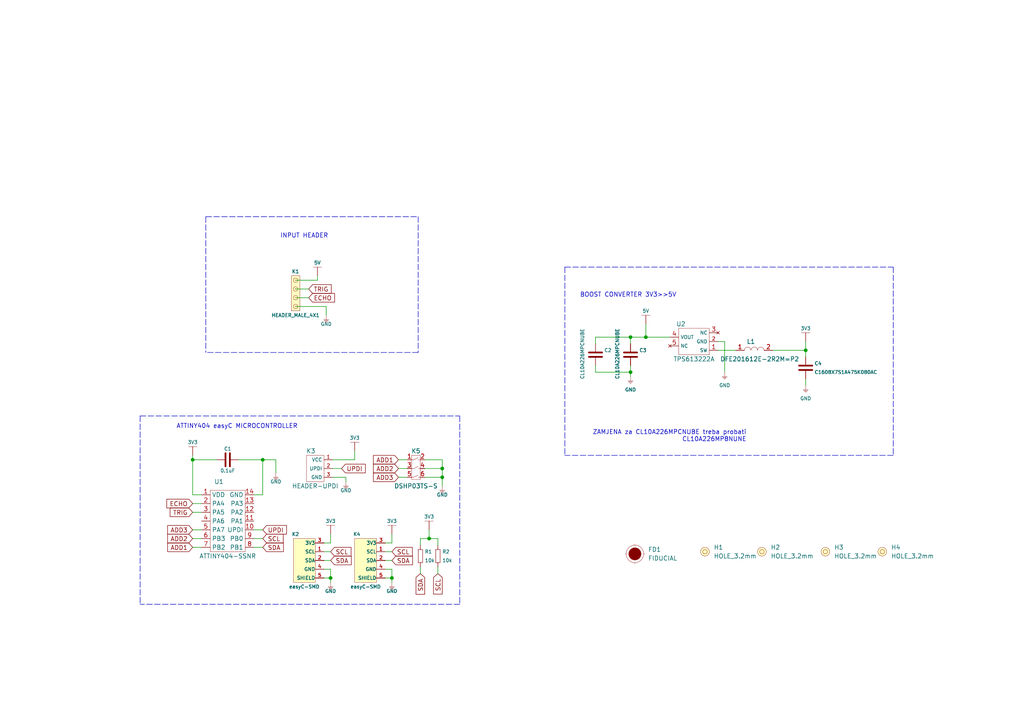
<source format=kicad_sch>
(kicad_sch (version 20210621) (generator eeschema)

  (uuid 4d0c9f34-de6b-47c0-8f85-715f1a5b1112)

  (paper "A4")

  (title_block
    (title "Ultrasonic sensor adapter-easyC")
    (date "2021-06-09")
    (rev "V1.1.1.")
    (company "SOLDERED")
    (comment 1 "333001")
  )

  (lib_symbols
    (symbol "e-radionica.com schematics:0603C" (pin_numbers hide) (pin_names (offset 0.002)) (in_bom yes) (on_board yes)
      (property "Reference" "C" (id 0) (at -0.635 3.175 0)
        (effects (font (size 1 1)))
      )
      (property "Value" "0603C" (id 1) (at 0 -3.175 0)
        (effects (font (size 1 1)))
      )
      (property "Footprint" "e-radionica.com footprinti:0603C" (id 2) (at 0 0 0)
        (effects (font (size 1 1)) hide)
      )
      (property "Datasheet" "" (id 3) (at 0 0 0)
        (effects (font (size 1 1)) hide)
      )
      (symbol "0603C_0_1"
        (polyline
          (pts
            (xy -0.635 1.905)
            (xy -0.635 -1.905)
          )
          (stroke (width 0.5)) (fill (type none))
        )
        (polyline
          (pts
            (xy 0.635 1.905)
            (xy 0.635 -1.905)
          )
          (stroke (width 0.5)) (fill (type none))
        )
      )
      (symbol "0603C_1_1"
        (pin passive line (at -3.175 0 0) (length 2.54)
          (name "~" (effects (font (size 1.27 1.27))))
          (number "1" (effects (font (size 1.27 1.27))))
        )
        (pin passive line (at 3.175 0 180) (length 2.54)
          (name "~" (effects (font (size 1.27 1.27))))
          (number "2" (effects (font (size 1.27 1.27))))
        )
      )
    )
    (symbol "e-radionica.com schematics:0603R" (pin_numbers hide) (pin_names (offset 0.254)) (in_bom yes) (on_board yes)
      (property "Reference" "R" (id 0) (at -1.905 1.905 0)
        (effects (font (size 1 1)))
      )
      (property "Value" "0603R" (id 1) (at 0 -1.905 0)
        (effects (font (size 1 1)))
      )
      (property "Footprint" "e-radionica.com footprinti:0603R" (id 2) (at -0.635 1.905 0)
        (effects (font (size 1 1)) hide)
      )
      (property "Datasheet" "" (id 3) (at -0.635 1.905 0)
        (effects (font (size 1 1)) hide)
      )
      (symbol "0603R_0_1"
        (rectangle (start -1.905 -0.635) (end 1.905 -0.6604)
          (stroke (width 0.1)) (fill (type none))
        )
        (rectangle (start -1.905 0.635) (end -1.8796 -0.635)
          (stroke (width 0.1)) (fill (type none))
        )
        (rectangle (start -1.905 0.635) (end 1.905 0.6096)
          (stroke (width 0.1)) (fill (type none))
        )
        (rectangle (start 1.905 0.635) (end 1.9304 -0.635)
          (stroke (width 0.1)) (fill (type none))
        )
      )
      (symbol "0603R_1_1"
        (pin passive line (at -3.175 0 0) (length 1.27)
          (name "~" (effects (font (size 1.27 1.27))))
          (number "1" (effects (font (size 1.27 1.27))))
        )
        (pin passive line (at 3.175 0 180) (length 1.27)
          (name "~" (effects (font (size 1.27 1.27))))
          (number "2" (effects (font (size 1.27 1.27))))
        )
      )
    )
    (symbol "e-radionica.com schematics:0805C" (pin_numbers hide) (in_bom yes) (on_board yes)
      (property "Reference" "C" (id 0) (at -0.635 3.175 0)
        (effects (font (size 1 1)))
      )
      (property "Value" "0805C" (id 1) (at 0 -3.175 0)
        (effects (font (size 1 1)))
      )
      (property "Footprint" "e-radionica.com footprinti:0805C" (id 2) (at 0 0 0)
        (effects (font (size 1 1)) hide)
      )
      (property "Datasheet" "" (id 3) (at 0 0 0)
        (effects (font (size 1 1)) hide)
      )
      (symbol "0805C_0_1"
        (polyline
          (pts
            (xy -0.635 1.905)
            (xy -0.635 -1.905)
          )
          (stroke (width 0.5)) (fill (type none))
        )
        (polyline
          (pts
            (xy 0.635 1.905)
            (xy 0.635 -1.905)
          )
          (stroke (width 0.5)) (fill (type none))
        )
      )
      (symbol "0805C_1_1"
        (pin passive line (at -3.175 0 0) (length 2.54)
          (name "~" (effects (font (size 1.27 1.27))))
          (number "1" (effects (font (size 1.27 1.27))))
        )
        (pin passive line (at 3.175 0 180) (length 2.54)
          (name "~" (effects (font (size 1.27 1.27))))
          (number "2" (effects (font (size 1.27 1.27))))
        )
      )
    )
    (symbol "e-radionica.com schematics:0806L" (in_bom yes) (on_board yes)
      (property "Reference" "L" (id 0) (at 0 1.905 0)
        (effects (font (size 1.27 1.27)))
      )
      (property "Value" "0806L" (id 1) (at 0 -1.27 0)
        (effects (font (size 1.27 1.27)))
      )
      (property "Footprint" "e-radionica.com footprinti:0806L" (id 2) (at 0 -2.54 0)
        (effects (font (size 1.27 1.27)) hide)
      )
      (property "Datasheet" "" (id 3) (at 0 -1.27 0)
        (effects (font (size 1.27 1.27)) hide)
      )
      (symbol "0806L_0_1"
        (arc (start -3.175 0) (end -1.27 0) (radius (at -2.2225 -0.0138) (length 0.9526) (angles 179.2 0.8))
          (stroke (width 0.0006)) (fill (type none))
        )
        (arc (start -1.27 0) (end 0.635 0) (radius (at -0.3175 -0.0138) (length 0.9526) (angles 179.2 0.8))
          (stroke (width 0.0006)) (fill (type none))
        )
        (arc (start 0.635 0) (end 2.54 0) (radius (at 1.5875 -0.0138) (length 0.9526) (angles 179.2 0.8))
          (stroke (width 0.0006)) (fill (type none))
        )
      )
      (symbol "0806L_1_1"
        (pin passive line (at -5.715 0 0) (length 2.54)
          (name "" (effects (font (size 1.27 1.27))))
          (number "1" (effects (font (size 1.27 1.27))))
        )
        (pin passive line (at 5.08 0 180) (length 2.54)
          (name "" (effects (font (size 1.27 1.27))))
          (number "2" (effects (font (size 1.27 1.27))))
        )
      )
    )
    (symbol "e-radionica.com schematics:3V3" (power) (pin_names (offset 0)) (in_bom yes) (on_board yes)
      (property "Reference" "#PWR" (id 0) (at 4.445 0 0)
        (effects (font (size 1 1)) hide)
      )
      (property "Value" "3V3" (id 1) (at 0 3.556 0)
        (effects (font (size 1 1)))
      )
      (property "Footprint" "" (id 2) (at 4.445 3.81 0)
        (effects (font (size 1 1)) hide)
      )
      (property "Datasheet" "" (id 3) (at 4.445 3.81 0)
        (effects (font (size 1 1)) hide)
      )
      (property "ki_keywords" "power-flag" (id 4) (at 0 0 0)
        (effects (font (size 1.27 1.27)) hide)
      )
      (property "ki_description" "Power symbol creates a global label with name \"+3V3\"" (id 5) (at 0 0 0)
        (effects (font (size 1.27 1.27)) hide)
      )
      (symbol "3V3_0_1"
        (polyline
          (pts
            (xy -1.27 2.54)
            (xy 1.27 2.54)
          )
          (stroke (width 0.0006)) (fill (type none))
        )
        (polyline
          (pts
            (xy 0 0)
            (xy 0 2.54)
          )
          (stroke (width 0)) (fill (type none))
        )
      )
      (symbol "3V3_1_1"
        (pin power_in line (at 0 0 90) (length 0) hide
          (name "3V3" (effects (font (size 1.27 1.27))))
          (number "1" (effects (font (size 1.27 1.27))))
        )
      )
    )
    (symbol "e-radionica.com schematics:5V" (power) (pin_names (offset 0)) (in_bom yes) (on_board yes)
      (property "Reference" "#PWR" (id 0) (at 4.445 0 0)
        (effects (font (size 1 1)) hide)
      )
      (property "Value" "5V" (id 1) (at 0 3.556 0)
        (effects (font (size 1 1)))
      )
      (property "Footprint" "" (id 2) (at 4.445 3.81 0)
        (effects (font (size 1 1)) hide)
      )
      (property "Datasheet" "" (id 3) (at 4.445 3.81 0)
        (effects (font (size 1 1)) hide)
      )
      (property "ki_keywords" "power-flag" (id 4) (at 0 0 0)
        (effects (font (size 1.27 1.27)) hide)
      )
      (property "ki_description" "Power symbol creates a global label with name \"+3V3\"" (id 5) (at 0 0 0)
        (effects (font (size 1.27 1.27)) hide)
      )
      (symbol "5V_0_1"
        (polyline
          (pts
            (xy -1.27 2.54)
            (xy 1.27 2.54)
          )
          (stroke (width 0.0006)) (fill (type none))
        )
        (polyline
          (pts
            (xy 0 0)
            (xy 0 2.54)
          )
          (stroke (width 0)) (fill (type none))
        )
      )
      (symbol "5V_1_1"
        (pin power_in line (at 0 0 90) (length 0) hide
          (name "5V" (effects (font (size 1.27 1.27))))
          (number "1" (effects (font (size 1.27 1.27))))
        )
      )
    )
    (symbol "e-radionica.com schematics:ATTINY404-SSNR" (in_bom yes) (on_board yes)
      (property "Reference" "U" (id 0) (at -5.08 10.16 0)
        (effects (font (size 1.27 1.27)))
      )
      (property "Value" "ATTINY404-SSNR" (id 1) (at 0 -10.16 0)
        (effects (font (size 1.27 1.27)))
      )
      (property "Footprint" "e-radionica.com footprinti:SOIC-14" (id 2) (at 0 -11.43 0)
        (effects (font (size 1.27 1.27)) hide)
      )
      (property "Datasheet" "" (id 3) (at 0 -2.54 0)
        (effects (font (size 1.27 1.27)) hide)
      )
      (symbol "ATTINY404-SSNR_0_1"
        (rectangle (start -5.08 8.89) (end 5.08 -8.89)
          (stroke (width 0.0006)) (fill (type none))
        )
      )
      (symbol "ATTINY404-SSNR_1_1"
        (pin power_in line (at -7.62 7.62 0) (length 2.54)
          (name "VDD" (effects (font (size 1.27 1.27))))
          (number "1" (effects (font (size 1.27 1.27))))
        )
        (pin bidirectional line (at 7.62 -2.54 180) (length 2.54)
          (name "UPDI" (effects (font (size 1.27 1.27))))
          (number "10" (effects (font (size 1.27 1.27))))
        )
        (pin bidirectional line (at 7.62 0 180) (length 2.54)
          (name "PA1" (effects (font (size 1.27 1.27))))
          (number "11" (effects (font (size 1.27 1.27))))
        )
        (pin bidirectional line (at 7.62 2.54 180) (length 2.54)
          (name "PA2" (effects (font (size 1.27 1.27))))
          (number "12" (effects (font (size 1.27 1.27))))
        )
        (pin bidirectional line (at 7.62 5.08 180) (length 2.54)
          (name "PA3" (effects (font (size 1.27 1.27))))
          (number "13" (effects (font (size 1.27 1.27))))
        )
        (pin power_in line (at 7.62 7.62 180) (length 2.54)
          (name "GND" (effects (font (size 1.27 1.27))))
          (number "14" (effects (font (size 1.27 1.27))))
        )
        (pin bidirectional line (at -7.62 5.08 0) (length 2.54)
          (name "PA4" (effects (font (size 1.27 1.27))))
          (number "2" (effects (font (size 1.27 1.27))))
        )
        (pin bidirectional line (at -7.62 2.54 0) (length 2.54)
          (name "PA5" (effects (font (size 1.27 1.27))))
          (number "3" (effects (font (size 1.27 1.27))))
        )
        (pin bidirectional line (at -7.62 0 0) (length 2.54)
          (name "PA6" (effects (font (size 1.27 1.27))))
          (number "4" (effects (font (size 1.27 1.27))))
        )
        (pin bidirectional line (at -7.62 -2.54 0) (length 2.54)
          (name "PA7" (effects (font (size 1.27 1.27))))
          (number "5" (effects (font (size 1.27 1.27))))
        )
        (pin bidirectional line (at -7.62 -5.08 0) (length 2.54)
          (name "PB3" (effects (font (size 1.27 1.27))))
          (number "6" (effects (font (size 1.27 1.27))))
        )
        (pin bidirectional line (at -7.62 -7.62 0) (length 2.54)
          (name "PB2" (effects (font (size 1.27 1.27))))
          (number "7" (effects (font (size 1.27 1.27))))
        )
        (pin bidirectional line (at 7.62 -7.62 180) (length 2.54)
          (name "PB1" (effects (font (size 1.27 1.27))))
          (number "8" (effects (font (size 1.27 1.27))))
        )
        (pin bidirectional line (at 7.62 -5.08 180) (length 2.54)
          (name "PB0" (effects (font (size 1.27 1.27))))
          (number "9" (effects (font (size 1.27 1.27))))
        )
      )
    )
    (symbol "e-radionica.com schematics:DSHP03TS-S" (in_bom yes) (on_board yes)
      (property "Reference" "K" (id 0) (at 0 5.08 0)
        (effects (font (size 1.27 1.27)))
      )
      (property "Value" "DSHP03TS-S" (id 1) (at 0 -5.08 0)
        (effects (font (size 1.27 1.27)))
      )
      (property "Footprint" "e-radionica.com footprinti:DSHP03TS-S" (id 2) (at -1.27 -7.62 0)
        (effects (font (size 1.27 1.27)) hide)
      )
      (property "Datasheet" "" (id 3) (at 0 0 0)
        (effects (font (size 1.27 1.27)) hide)
      )
      (property "ki_keywords" "DIP SW SWITCH " (id 4) (at 0 0 0)
        (effects (font (size 1.27 1.27)) hide)
      )
      (symbol "DSHP03TS-S_0_1"
        (rectangle (start -1.27 3.81) (end 1.27 -3.175)
          (stroke (width 0.0006)) (fill (type none))
        )
        (polyline
          (pts
            (xy 1.27 -2.54)
            (xy 0.635 -2.54)
          )
          (stroke (width 0.0006)) (fill (type none))
        )
        (polyline
          (pts
            (xy 1.27 0)
            (xy 0.635 0)
          )
          (stroke (width 0.0006)) (fill (type none))
        )
        (polyline
          (pts
            (xy 1.27 2.54)
            (xy 0.635 2.54)
          )
          (stroke (width 0.0006)) (fill (type none))
        )
        (polyline
          (pts
            (xy -1.27 -2.54)
            (xy -0.635 -2.54)
            (xy 0.635 -1.905)
          )
          (stroke (width 0.0006)) (fill (type none))
        )
        (polyline
          (pts
            (xy -1.27 0)
            (xy -0.635 0)
            (xy 0.635 0.635)
          )
          (stroke (width 0.0006)) (fill (type none))
        )
        (polyline
          (pts
            (xy -1.27 2.54)
            (xy -0.635 2.54)
            (xy 0.635 3.175)
          )
          (stroke (width 0.0006)) (fill (type none))
        )
      )
      (symbol "DSHP03TS-S_1_1"
        (pin bidirectional line (at -2.54 2.54 0) (length 1.27)
          (name "~" (effects (font (size 1.27 1.27))))
          (number "1" (effects (font (size 1.27 1.27))))
        )
        (pin bidirectional line (at 2.54 2.54 180) (length 1.27)
          (name "~" (effects (font (size 1.27 1.27))))
          (number "2" (effects (font (size 1.27 1.27))))
        )
        (pin bidirectional line (at -2.54 0 0) (length 1.27)
          (name "~" (effects (font (size 1.27 1.27))))
          (number "3" (effects (font (size 1.27 1.27))))
        )
        (pin bidirectional line (at 2.54 0 180) (length 1.27)
          (name "~" (effects (font (size 1.27 1.27))))
          (number "4" (effects (font (size 1.27 1.27))))
        )
        (pin bidirectional line (at -2.54 -2.54 0) (length 1.27)
          (name "~" (effects (font (size 1.27 1.27))))
          (number "5" (effects (font (size 1.27 1.27))))
        )
        (pin bidirectional line (at 2.54 -2.54 180) (length 1.27)
          (name "~" (effects (font (size 1.27 1.27))))
          (number "6" (effects (font (size 1.27 1.27))))
        )
      )
    )
    (symbol "e-radionica.com schematics:FIDUCIAL" (in_bom no) (on_board yes)
      (property "Reference" "FD" (id 0) (at 0 3.81 0)
        (effects (font (size 1.27 1.27)))
      )
      (property "Value" "FIDUCIAL" (id 1) (at 0 -3.81 0)
        (effects (font (size 1.27 1.27)))
      )
      (property "Footprint" "e-radionica.com footprinti:FIDUCIAL_23" (id 2) (at 0.254 -5.334 0)
        (effects (font (size 1.27 1.27)) hide)
      )
      (property "Datasheet" "" (id 3) (at 0 0 0)
        (effects (font (size 1.27 1.27)) hide)
      )
      (symbol "FIDUCIAL_0_1"
        (circle (center 0 0) (radius 2.54) (stroke (width 0.0006)) (fill (type none)))
        (circle (center 0 0) (radius 1.7961) (stroke (width 0.001)) (fill (type outline)))
        (polyline
          (pts
            (xy -2.54 0)
            (xy -2.794 0)
          )
          (stroke (width 0.0006)) (fill (type none))
        )
        (polyline
          (pts
            (xy 0 -2.54)
            (xy 0 -2.794)
          )
          (stroke (width 0.0006)) (fill (type none))
        )
        (polyline
          (pts
            (xy 0 2.54)
            (xy 0 2.794)
          )
          (stroke (width 0.0006)) (fill (type none))
        )
        (polyline
          (pts
            (xy 2.54 0)
            (xy 2.794 0)
          )
          (stroke (width 0.0006)) (fill (type none))
        )
      )
    )
    (symbol "e-radionica.com schematics:GND" (power) (pin_names (offset 0)) (in_bom yes) (on_board yes)
      (property "Reference" "#PWR" (id 0) (at 4.445 0 0)
        (effects (font (size 1 1)) hide)
      )
      (property "Value" "GND" (id 1) (at 0 -2.921 0)
        (effects (font (size 1 1)))
      )
      (property "Footprint" "" (id 2) (at 4.445 3.81 0)
        (effects (font (size 1 1)) hide)
      )
      (property "Datasheet" "" (id 3) (at 4.445 3.81 0)
        (effects (font (size 1 1)) hide)
      )
      (property "ki_keywords" "power-flag" (id 4) (at 0 0 0)
        (effects (font (size 1.27 1.27)) hide)
      )
      (property "ki_description" "Power symbol creates a global label with name \"+3V3\"" (id 5) (at 0 0 0)
        (effects (font (size 1.27 1.27)) hide)
      )
      (symbol "GND_0_1"
        (polyline
          (pts
            (xy -0.762 -1.27)
            (xy 0.762 -1.27)
          )
          (stroke (width 0.0006)) (fill (type none))
        )
        (polyline
          (pts
            (xy -0.635 -1.524)
            (xy 0.635 -1.524)
          )
          (stroke (width 0.0006)) (fill (type none))
        )
        (polyline
          (pts
            (xy -0.381 -1.778)
            (xy 0.381 -1.778)
          )
          (stroke (width 0.0006)) (fill (type none))
        )
        (polyline
          (pts
            (xy -0.127 -2.032)
            (xy 0.127 -2.032)
          )
          (stroke (width 0.0006)) (fill (type none))
        )
        (polyline
          (pts
            (xy 0 0)
            (xy 0 -1.27)
          )
          (stroke (width 0.0006)) (fill (type none))
        )
      )
      (symbol "GND_1_1"
        (pin power_in line (at 0 0 270) (length 0) hide
          (name "GND" (effects (font (size 1.27 1.27))))
          (number "1" (effects (font (size 1.27 1.27))))
        )
      )
    )
    (symbol "e-radionica.com schematics:HEADER-UPDI" (in_bom yes) (on_board yes)
      (property "Reference" "K" (id 0) (at -1.27 5.08 0)
        (effects (font (size 1.27 1.27)))
      )
      (property "Value" "HEADER-UPDI" (id 1) (at 0 -5.08 0)
        (effects (font (size 1.27 1.27)))
      )
      (property "Footprint" "e-radionica.com footprinti:HEADER-UPDI" (id 2) (at 2.54 -7.62 0)
        (effects (font (size 1.27 1.27)) hide)
      )
      (property "Datasheet" "" (id 3) (at 2.54 0 0)
        (effects (font (size 1.27 1.27)) hide)
      )
      (symbol "HEADER-UPDI_0_1"
        (rectangle (start -2.54 3.81) (end 2.54 -3.81)
          (stroke (width 0.0006)) (fill (type none))
        )
      )
      (symbol "HEADER-UPDI_1_1"
        (pin power_in line (at 5.08 2.54 180) (length 2.54)
          (name "VCC" (effects (font (size 1 1))))
          (number "1" (effects (font (size 1 1))))
        )
        (pin bidirectional line (at 5.08 0 180) (length 2.54)
          (name "UPDI" (effects (font (size 1 1))))
          (number "2" (effects (font (size 1 1))))
        )
        (pin power_in line (at 5.08 -2.54 180) (length 2.54)
          (name "GND" (effects (font (size 1 1))))
          (number "3" (effects (font (size 1 1))))
        )
      )
    )
    (symbol "e-radionica.com schematics:HEADER_MALE_4X1" (pin_numbers hide) (pin_names hide) (in_bom yes) (on_board yes)
      (property "Reference" "K" (id 0) (at -0.635 7.62 0)
        (effects (font (size 1 1)))
      )
      (property "Value" "HEADER_MALE_4X1" (id 1) (at 0 -5.08 0)
        (effects (font (size 1 1)))
      )
      (property "Footprint" "e-radionica.com footprinti:HEADER_MALE_4X1" (id 2) (at 0 -2.54 0)
        (effects (font (size 1 1)) hide)
      )
      (property "Datasheet" "" (id 3) (at 0 -2.54 0)
        (effects (font (size 1 1)) hide)
      )
      (symbol "HEADER_MALE_4X1_0_1"
        (circle (center 0 -2.54) (radius 0.635) (stroke (width 0.0006)) (fill (type none)))
        (circle (center 0 0) (radius 0.635) (stroke (width 0.0006)) (fill (type none)))
        (circle (center 0 2.54) (radius 0.635) (stroke (width 0.0006)) (fill (type none)))
        (circle (center 0 5.08) (radius 0.635) (stroke (width 0.0006)) (fill (type none)))
        (rectangle (start 1.27 -3.81) (end -1.27 6.35)
          (stroke (width 0.001)) (fill (type background))
        )
      )
      (symbol "HEADER_MALE_4X1_1_1"
        (pin passive line (at 0 -2.54 180) (length 0)
          (name "~" (effects (font (size 1 1))))
          (number "1" (effects (font (size 1 1))))
        )
        (pin passive line (at 0 0 180) (length 0)
          (name "~" (effects (font (size 1 1))))
          (number "2" (effects (font (size 1 1))))
        )
        (pin passive line (at 0 2.54 180) (length 0)
          (name "~" (effects (font (size 1 1))))
          (number "3" (effects (font (size 1 1))))
        )
        (pin passive line (at 0 5.08 180) (length 0)
          (name "~" (effects (font (size 1 1))))
          (number "4" (effects (font (size 1 1))))
        )
      )
    )
    (symbol "e-radionica.com schematics:HOLE_3.2mm" (pin_numbers hide) (pin_names hide) (in_bom yes) (on_board yes)
      (property "Reference" "H" (id 0) (at 0 2.54 0)
        (effects (font (size 1.27 1.27)))
      )
      (property "Value" "HOLE_3.2mm" (id 1) (at 0 -2.54 0)
        (effects (font (size 1.27 1.27)))
      )
      (property "Footprint" "e-radionica.com footprinti:HOLE_3.2mm" (id 2) (at 0 0 0)
        (effects (font (size 1.27 1.27)) hide)
      )
      (property "Datasheet" "" (id 3) (at 0 0 0)
        (effects (font (size 1.27 1.27)) hide)
      )
      (symbol "HOLE_3.2mm_0_1"
        (circle (center 0 0) (radius 0.635) (stroke (width 0.0006)) (fill (type none)))
        (circle (center 0 0) (radius 1.27) (stroke (width 0.001)) (fill (type background)))
      )
    )
    (symbol "e-radionica.com schematics:TPS613222A" (in_bom yes) (on_board yes)
      (property "Reference" "U" (id 0) (at 0 5.08 0)
        (effects (font (size 1.27 1.27)))
      )
      (property "Value" "TPS613222A" (id 1) (at 0 -5.08 0)
        (effects (font (size 1.27 1.27)))
      )
      (property "Footprint" "e-radionica.com footprinti:tps613222a" (id 2) (at -0.635 0 0)
        (effects (font (size 1.27 1.27)) hide)
      )
      (property "Datasheet" "" (id 3) (at -0.635 0 0)
        (effects (font (size 1.27 1.27)) hide)
      )
      (symbol "TPS613222A_0_1"
        (rectangle (start -4.445 3.81) (end 4.445 -3.81)
          (stroke (width 0.0006)) (fill (type none))
        )
      )
      (symbol "TPS613222A_1_1"
        (pin passive line (at 6.985 -2.54 180) (length 2.54)
          (name "SW" (effects (font (size 1 1))))
          (number "1" (effects (font (size 1.27 1.27))))
        )
        (pin passive line (at 6.985 0 180) (length 2.54)
          (name "GND" (effects (font (size 1 1))))
          (number "2" (effects (font (size 1 1))))
        )
        (pin no_connect line (at 6.985 2.54 180) (length 2.54)
          (name "NC" (effects (font (size 1 1))))
          (number "3" (effects (font (size 1.27 1.27))))
        )
        (pin passive line (at -6.985 1.27 0) (length 2.54)
          (name "VOUT" (effects (font (size 1 1))))
          (number "4" (effects (font (size 1.27 1.27))))
        )
        (pin no_connect line (at -6.985 -1.27 0) (length 2.54)
          (name "NC" (effects (font (size 1 1))))
          (number "5" (effects (font (size 1.27 1.27))))
        )
      )
    )
    (symbol "e-radionica.com schematics:easyC-SMD" (pin_names (offset 0.002)) (in_bom yes) (on_board yes)
      (property "Reference" "K" (id 0) (at -2.54 10.16 0)
        (effects (font (size 1 1)))
      )
      (property "Value" "easyC-SMD" (id 1) (at 0 -5.08 0)
        (effects (font (size 1 1)))
      )
      (property "Footprint" "e-radionica.com footprinti:easyC-connector" (id 2) (at 3.175 2.54 0)
        (effects (font (size 1 1)) hide)
      )
      (property "Datasheet" "" (id 3) (at 3.175 2.54 0)
        (effects (font (size 1 1)) hide)
      )
      (symbol "easyC-SMD_0_1"
        (rectangle (start -3.175 8.89) (end 3.175 -3.81)
          (stroke (width 0.001)) (fill (type background))
        )
      )
      (symbol "easyC-SMD_1_1"
        (pin passive line (at 5.715 5.08 180) (length 2.54)
          (name "SCL" (effects (font (size 1 1))))
          (number "1" (effects (font (size 1 1))))
        )
        (pin passive line (at 5.715 2.54 180) (length 2.54)
          (name "SDA" (effects (font (size 1 1))))
          (number "2" (effects (font (size 1 1))))
        )
        (pin passive line (at 5.715 7.62 180) (length 2.54)
          (name "3V3" (effects (font (size 1 1))))
          (number "3" (effects (font (size 1 1))))
        )
        (pin passive line (at 5.715 0 180) (length 2.54)
          (name "GND" (effects (font (size 1 1))))
          (number "4" (effects (font (size 1 1))))
        )
        (pin passive line (at 5.715 -2.54 180) (length 2.54)
          (name "SHIELD" (effects (font (size 1 1))))
          (number "5" (effects (font (size 1 1))))
        )
      )
    )
  )

  (junction (at 55.88 133.35) (diameter 0.9144) (color 0 0 0 0))
  (junction (at 76.2 133.35) (diameter 0.9144) (color 0 0 0 0))
  (junction (at 95.885 167.64) (diameter 0.9144) (color 0 0 0 0))
  (junction (at 113.665 167.64) (diameter 0.9144) (color 0 0 0 0))
  (junction (at 124.46 156.21) (diameter 0.9144) (color 0 0 0 0))
  (junction (at 128.27 135.89) (diameter 0.9144) (color 0 0 0 0))
  (junction (at 128.27 138.43) (diameter 0.9144) (color 0 0 0 0))
  (junction (at 182.88 97.79) (diameter 0.9144) (color 0 0 0 0))
  (junction (at 182.88 107.95) (diameter 0.9144) (color 0 0 0 0))
  (junction (at 187.325 97.79) (diameter 0.9144) (color 0 0 0 0))
  (junction (at 233.68 101.6) (diameter 0.9144) (color 0 0 0 0))

  (wire (pts (xy 55.88 133.35) (xy 55.88 132.08))
    (stroke (width 0) (type solid) (color 0 0 0 0))
    (uuid f360bd80-6f5f-42a0-9267-36c6cd532c50)
  )
  (wire (pts (xy 55.88 143.51) (xy 55.88 133.35))
    (stroke (width 0) (type solid) (color 0 0 0 0))
    (uuid f3f57bc3-e99c-4051-bb80-11688509a579)
  )
  (wire (pts (xy 55.88 146.05) (xy 58.42 146.05))
    (stroke (width 0) (type solid) (color 0 0 0 0))
    (uuid f0361f75-be02-4bfa-9aca-356b3816f2eb)
  )
  (wire (pts (xy 55.88 148.59) (xy 58.42 148.59))
    (stroke (width 0) (type solid) (color 0 0 0 0))
    (uuid d6bd6235-03d3-4467-94a9-f1f7e0787f75)
  )
  (wire (pts (xy 55.88 153.67) (xy 58.42 153.67))
    (stroke (width 0) (type solid) (color 0 0 0 0))
    (uuid 5a5948b6-055d-4b2c-8d33-99b4fe97fdda)
  )
  (wire (pts (xy 55.88 156.21) (xy 58.42 156.21))
    (stroke (width 0) (type solid) (color 0 0 0 0))
    (uuid 4570bf50-f5e2-4f55-8fbb-bcbc579eebb4)
  )
  (wire (pts (xy 55.88 158.75) (xy 58.42 158.75))
    (stroke (width 0) (type solid) (color 0 0 0 0))
    (uuid 31c1a20a-4a0b-4484-80b3-5b852f64c8e6)
  )
  (wire (pts (xy 58.42 143.51) (xy 55.88 143.51))
    (stroke (width 0) (type solid) (color 0 0 0 0))
    (uuid 6a3fab04-2168-4b2a-94e1-8da9e926b4c5)
  )
  (wire (pts (xy 62.865 133.35) (xy 55.88 133.35))
    (stroke (width 0) (type solid) (color 0 0 0 0))
    (uuid 8bacf919-2ae4-49dd-9077-a6d165ebf11a)
  )
  (wire (pts (xy 69.215 133.35) (xy 76.2 133.35))
    (stroke (width 0) (type solid) (color 0 0 0 0))
    (uuid 733c1bcd-a22b-4ff9-a5fe-7bb4ae657746)
  )
  (wire (pts (xy 73.66 153.67) (xy 76.2 153.67))
    (stroke (width 0) (type solid) (color 0 0 0 0))
    (uuid eb65ab12-6630-4ed9-9cb3-e5e87d051da0)
  )
  (wire (pts (xy 73.66 156.21) (xy 76.2 156.21))
    (stroke (width 0) (type solid) (color 0 0 0 0))
    (uuid 314decb3-0fb4-4f3d-8386-f9db04e4e5df)
  )
  (wire (pts (xy 73.66 158.75) (xy 76.2 158.75))
    (stroke (width 0) (type solid) (color 0 0 0 0))
    (uuid 8d502ffb-f72b-4f77-b2e8-77cf653306e8)
  )
  (wire (pts (xy 76.2 133.35) (xy 76.2 143.51))
    (stroke (width 0) (type solid) (color 0 0 0 0))
    (uuid e23b8707-0155-48db-a418-f0932beafebe)
  )
  (wire (pts (xy 76.2 133.35) (xy 80.01 133.35))
    (stroke (width 0) (type solid) (color 0 0 0 0))
    (uuid b51b0738-2b65-4183-9f4b-cc845541023b)
  )
  (wire (pts (xy 76.2 143.51) (xy 73.66 143.51))
    (stroke (width 0) (type solid) (color 0 0 0 0))
    (uuid 11a19170-5dd1-4826-94eb-554ccb420ba5)
  )
  (wire (pts (xy 80.01 133.35) (xy 80.01 137.16))
    (stroke (width 0) (type solid) (color 0 0 0 0))
    (uuid 4f9d1288-aa87-43cc-868e-3ff34cfc024c)
  )
  (wire (pts (xy 85.725 81.28) (xy 92.075 81.28))
    (stroke (width 0) (type solid) (color 0 0 0 0))
    (uuid 9b06c96f-da62-4127-9deb-7329a66a8cad)
  )
  (wire (pts (xy 85.725 83.82) (xy 89.535 83.82))
    (stroke (width 0) (type solid) (color 0 0 0 0))
    (uuid 8bf05110-7624-4130-8f89-6ae8c3b6456f)
  )
  (wire (pts (xy 85.725 86.36) (xy 89.535 86.36))
    (stroke (width 0) (type solid) (color 0 0 0 0))
    (uuid a818c44e-2393-44c4-8b44-87dcd85f357f)
  )
  (wire (pts (xy 85.725 88.9) (xy 94.615 88.9))
    (stroke (width 0) (type solid) (color 0 0 0 0))
    (uuid a6d595b6-ba3c-45dd-92ce-b78cb8cd20b6)
  )
  (wire (pts (xy 92.075 81.28) (xy 92.075 80.01))
    (stroke (width 0) (type solid) (color 0 0 0 0))
    (uuid 9b06c96f-da62-4127-9deb-7329a66a8cad)
  )
  (wire (pts (xy 93.98 157.48) (xy 95.885 157.48))
    (stroke (width 0) (type solid) (color 0 0 0 0))
    (uuid c5b3fce5-efc2-49a0-b041-85d5291f214a)
  )
  (wire (pts (xy 93.98 160.02) (xy 95.885 160.02))
    (stroke (width 0) (type solid) (color 0 0 0 0))
    (uuid 3fff9927-5777-4420-ab5b-cd3b06d96682)
  )
  (wire (pts (xy 93.98 162.56) (xy 95.885 162.56))
    (stroke (width 0) (type solid) (color 0 0 0 0))
    (uuid f1e2983b-aa06-4b01-9d08-669b417c0f46)
  )
  (wire (pts (xy 93.98 165.1) (xy 95.885 165.1))
    (stroke (width 0) (type solid) (color 0 0 0 0))
    (uuid a19ba357-81a9-4ae7-bb04-a3cfa24319c1)
  )
  (wire (pts (xy 93.98 167.64) (xy 95.885 167.64))
    (stroke (width 0) (type solid) (color 0 0 0 0))
    (uuid a10e3ee4-2acb-499f-9c08-d684f2b9af23)
  )
  (wire (pts (xy 94.615 88.9) (xy 94.615 91.44))
    (stroke (width 0) (type solid) (color 0 0 0 0))
    (uuid a6d595b6-ba3c-45dd-92ce-b78cb8cd20b6)
  )
  (wire (pts (xy 95.885 157.48) (xy 95.885 154.94))
    (stroke (width 0) (type solid) (color 0 0 0 0))
    (uuid 314c6bc6-74d6-4bb0-b993-532f2a466110)
  )
  (wire (pts (xy 95.885 165.1) (xy 95.885 167.64))
    (stroke (width 0) (type solid) (color 0 0 0 0))
    (uuid 9a749440-61e7-40a9-a15c-1dd866706d69)
  )
  (wire (pts (xy 95.885 167.64) (xy 95.885 168.91))
    (stroke (width 0) (type solid) (color 0 0 0 0))
    (uuid d0e78210-9fe9-4be2-86d6-50ccbbe8e264)
  )
  (wire (pts (xy 96.52 133.35) (xy 102.87 133.35))
    (stroke (width 0) (type solid) (color 0 0 0 0))
    (uuid 5d4ea3dd-837f-4145-a63f-6ad9d2809aef)
  )
  (wire (pts (xy 96.52 135.89) (xy 99.06 135.89))
    (stroke (width 0) (type solid) (color 0 0 0 0))
    (uuid 0b2942cd-afd9-4186-8c84-5b0c42f1d7a3)
  )
  (wire (pts (xy 96.52 138.43) (xy 100.33 138.43))
    (stroke (width 0) (type solid) (color 0 0 0 0))
    (uuid 7a58b610-9f03-4cdd-b897-6bcd2f993e00)
  )
  (wire (pts (xy 100.33 138.43) (xy 100.33 139.7))
    (stroke (width 0) (type solid) (color 0 0 0 0))
    (uuid edc6fefb-2ab7-4d93-a4ff-6feb9c75e54c)
  )
  (wire (pts (xy 102.87 133.35) (xy 102.87 130.81))
    (stroke (width 0) (type solid) (color 0 0 0 0))
    (uuid 63c2382c-6f69-4379-b50d-76db1b1fd124)
  )
  (wire (pts (xy 111.76 157.48) (xy 113.665 157.48))
    (stroke (width 0) (type solid) (color 0 0 0 0))
    (uuid ecceedfd-d7b0-4af3-bab1-9862eaa8122b)
  )
  (wire (pts (xy 111.76 160.02) (xy 113.665 160.02))
    (stroke (width 0) (type solid) (color 0 0 0 0))
    (uuid 3be12572-b004-4f70-98fe-32d915d9fd5e)
  )
  (wire (pts (xy 111.76 162.56) (xy 113.665 162.56))
    (stroke (width 0) (type solid) (color 0 0 0 0))
    (uuid 86726881-e2dd-43ea-b227-9e857c9d6f78)
  )
  (wire (pts (xy 111.76 165.1) (xy 113.665 165.1))
    (stroke (width 0) (type solid) (color 0 0 0 0))
    (uuid 45bfe89d-e2da-44d3-aee4-e69c59ed4d70)
  )
  (wire (pts (xy 111.76 167.64) (xy 113.665 167.64))
    (stroke (width 0) (type solid) (color 0 0 0 0))
    (uuid d71af278-3abc-4685-95ed-6550509be2ac)
  )
  (wire (pts (xy 113.665 157.48) (xy 113.665 154.94))
    (stroke (width 0) (type solid) (color 0 0 0 0))
    (uuid bcc9d80b-87c5-4a42-a295-945491a2293c)
  )
  (wire (pts (xy 113.665 165.1) (xy 113.665 167.64))
    (stroke (width 0) (type solid) (color 0 0 0 0))
    (uuid 6c339054-c0bf-46f2-abbb-0e91d011c8d8)
  )
  (wire (pts (xy 113.665 167.64) (xy 113.665 168.91))
    (stroke (width 0) (type solid) (color 0 0 0 0))
    (uuid 7e5982b4-4e53-4b6d-a2a9-f63ea3914052)
  )
  (wire (pts (xy 115.57 133.35) (xy 118.11 133.35))
    (stroke (width 0) (type solid) (color 0 0 0 0))
    (uuid b96fb1b6-e0de-408f-9e43-c4f5632ecfad)
  )
  (wire (pts (xy 115.57 135.89) (xy 118.11 135.89))
    (stroke (width 0) (type solid) (color 0 0 0 0))
    (uuid 297970c5-690b-4d33-b4dd-30cab78e8740)
  )
  (wire (pts (xy 115.57 138.43) (xy 118.11 138.43))
    (stroke (width 0) (type solid) (color 0 0 0 0))
    (uuid 537a98d2-b662-4935-b32f-6fad5269bd79)
  )
  (wire (pts (xy 121.92 156.21) (xy 124.46 156.21))
    (stroke (width 0) (type solid) (color 0 0 0 0))
    (uuid 7639a1ae-c2ae-4b03-8d25-3adb9b9a1fc5)
  )
  (wire (pts (xy 121.92 158.115) (xy 121.92 156.21))
    (stroke (width 0) (type solid) (color 0 0 0 0))
    (uuid e2c53539-af1d-4aad-9db7-ae9cdd6ebdd9)
  )
  (wire (pts (xy 121.92 164.465) (xy 121.92 166.37))
    (stroke (width 0) (type solid) (color 0 0 0 0))
    (uuid 842fa2e4-eb02-4e4a-88c5-f02839ab5c96)
  )
  (wire (pts (xy 123.19 133.35) (xy 128.27 133.35))
    (stroke (width 0) (type solid) (color 0 0 0 0))
    (uuid 7c1363bf-6286-4164-ba0f-a6901362e3b4)
  )
  (wire (pts (xy 123.19 135.89) (xy 128.27 135.89))
    (stroke (width 0) (type solid) (color 0 0 0 0))
    (uuid ed95a58a-7466-4d38-8e2f-4d506957edf7)
  )
  (wire (pts (xy 123.19 138.43) (xy 128.27 138.43))
    (stroke (width 0) (type solid) (color 0 0 0 0))
    (uuid 8fb728aa-6b0a-4e54-b39e-7440c2f000c8)
  )
  (wire (pts (xy 124.46 156.21) (xy 124.46 153.67))
    (stroke (width 0) (type solid) (color 0 0 0 0))
    (uuid 4510253d-7bdd-4ce3-8760-5dce81564d06)
  )
  (wire (pts (xy 127 156.21) (xy 124.46 156.21))
    (stroke (width 0) (type solid) (color 0 0 0 0))
    (uuid d4359b8d-2652-4a12-abdc-fd3dc723e3cd)
  )
  (wire (pts (xy 127 158.115) (xy 127 156.21))
    (stroke (width 0) (type solid) (color 0 0 0 0))
    (uuid 69c5e244-7a14-46c5-86ea-7a83910dbd10)
  )
  (wire (pts (xy 127 164.465) (xy 127 166.37))
    (stroke (width 0) (type solid) (color 0 0 0 0))
    (uuid 3b594416-8dce-44f8-8a34-89c26c839d18)
  )
  (wire (pts (xy 128.27 133.35) (xy 128.27 135.89))
    (stroke (width 0) (type solid) (color 0 0 0 0))
    (uuid 76b7a8bd-dffa-4bdb-be73-c595d24bd066)
  )
  (wire (pts (xy 128.27 135.89) (xy 128.27 138.43))
    (stroke (width 0) (type solid) (color 0 0 0 0))
    (uuid beacf700-8a5d-4956-92f4-f7da0ea05a12)
  )
  (wire (pts (xy 128.27 138.43) (xy 128.27 140.97))
    (stroke (width 0) (type solid) (color 0 0 0 0))
    (uuid fc06b518-d7d7-4f6b-ba8d-09dcfa073c89)
  )
  (wire (pts (xy 172.72 97.79) (xy 172.72 99.695))
    (stroke (width 0) (type solid) (color 0 0 0 0))
    (uuid b52b4f8c-3c47-4f75-bfce-c42082e17586)
  )
  (wire (pts (xy 172.72 97.79) (xy 182.88 97.79))
    (stroke (width 0) (type solid) (color 0 0 0 0))
    (uuid 60d75a9c-176a-413b-995a-2ed731809cb9)
  )
  (wire (pts (xy 172.72 106.045) (xy 172.72 107.95))
    (stroke (width 0) (type solid) (color 0 0 0 0))
    (uuid 43d977ef-55ed-49fc-b4c3-c18398f7df6c)
  )
  (wire (pts (xy 172.72 107.95) (xy 182.88 107.95))
    (stroke (width 0) (type solid) (color 0 0 0 0))
    (uuid 43d977ef-55ed-49fc-b4c3-c18398f7df6c)
  )
  (wire (pts (xy 182.88 97.79) (xy 182.88 99.695))
    (stroke (width 0) (type solid) (color 0 0 0 0))
    (uuid 38d43faa-73f2-4539-908e-50c7791268de)
  )
  (wire (pts (xy 182.88 97.79) (xy 187.325 97.79))
    (stroke (width 0) (type solid) (color 0 0 0 0))
    (uuid 60d75a9c-176a-413b-995a-2ed731809cb9)
  )
  (wire (pts (xy 182.88 106.045) (xy 182.88 107.95))
    (stroke (width 0) (type solid) (color 0 0 0 0))
    (uuid 3b91937b-160c-4c5c-b106-2aadc4489ace)
  )
  (wire (pts (xy 182.88 107.95) (xy 182.88 109.22))
    (stroke (width 0) (type solid) (color 0 0 0 0))
    (uuid 3b91937b-160c-4c5c-b106-2aadc4489ace)
  )
  (wire (pts (xy 187.325 97.79) (xy 187.325 93.98))
    (stroke (width 0) (type solid) (color 0 0 0 0))
    (uuid 3511921c-3248-499f-9701-9d2d8450d8f9)
  )
  (wire (pts (xy 187.325 97.79) (xy 194.31 97.79))
    (stroke (width 0) (type solid) (color 0 0 0 0))
    (uuid d89da4bb-d7b3-47e0-a141-01df6ee68c2d)
  )
  (wire (pts (xy 208.28 99.06) (xy 210.185 99.06))
    (stroke (width 0) (type solid) (color 0 0 0 0))
    (uuid 470690a0-9d3a-45c1-8a95-e9e72b1795ad)
  )
  (wire (pts (xy 208.28 101.6) (xy 213.36 101.6))
    (stroke (width 0) (type solid) (color 0 0 0 0))
    (uuid d73d0200-2ca8-451c-8c55-f792ca01415a)
  )
  (wire (pts (xy 210.185 99.06) (xy 210.185 107.95))
    (stroke (width 0) (type solid) (color 0 0 0 0))
    (uuid d4c7e9ca-1977-487c-a06b-72af48160454)
  )
  (wire (pts (xy 224.155 101.6) (xy 233.68 101.6))
    (stroke (width 0) (type solid) (color 0 0 0 0))
    (uuid 82c4e3d0-1204-46cc-8664-01acd49546b1)
  )
  (wire (pts (xy 233.68 101.6) (xy 233.68 99.06))
    (stroke (width 0) (type solid) (color 0 0 0 0))
    (uuid 82c4e3d0-1204-46cc-8664-01acd49546b1)
  )
  (wire (pts (xy 233.68 101.6) (xy 233.68 103.505))
    (stroke (width 0) (type solid) (color 0 0 0 0))
    (uuid 2a133b58-d08c-4318-ace6-1a20beb8d88e)
  )
  (wire (pts (xy 233.68 109.855) (xy 233.68 111.76))
    (stroke (width 0) (type solid) (color 0 0 0 0))
    (uuid 82375152-7f33-4bbb-8e27-ca69505712ce)
  )
  (polyline (pts (xy 40.64 120.65) (xy 40.64 175.26))
    (stroke (width 0) (type dash) (color 0 0 0 0))
    (uuid e195d583-cb88-49f7-860f-796c03d8897c)
  )
  (polyline (pts (xy 40.64 120.65) (xy 133.35 120.65))
    (stroke (width 0) (type dash) (color 0 0 0 0))
    (uuid 862ad63a-7c31-44f3-a7da-ac91b041f19f)
  )
  (polyline (pts (xy 59.69 62.865) (xy 59.69 102.235))
    (stroke (width 0) (type dash) (color 0 0 0 0))
    (uuid f7c37056-6a30-4ba5-bea7-7088980e1e22)
  )
  (polyline (pts (xy 59.69 62.865) (xy 121.285 62.865))
    (stroke (width 0) (type dash) (color 0 0 0 0))
    (uuid f7c37056-6a30-4ba5-bea7-7088980e1e22)
  )
  (polyline (pts (xy 121.285 62.865) (xy 121.285 102.235))
    (stroke (width 0) (type dash) (color 0 0 0 0))
    (uuid f7c37056-6a30-4ba5-bea7-7088980e1e22)
  )
  (polyline (pts (xy 121.285 102.235) (xy 59.69 102.235))
    (stroke (width 0) (type dash) (color 0 0 0 0))
    (uuid f7c37056-6a30-4ba5-bea7-7088980e1e22)
  )
  (polyline (pts (xy 133.35 120.65) (xy 133.35 175.26))
    (stroke (width 0) (type dash) (color 0 0 0 0))
    (uuid c976dae7-0513-43e3-a40d-ff9aee9b167e)
  )
  (polyline (pts (xy 133.35 175.26) (xy 40.64 175.26))
    (stroke (width 0) (type dash) (color 0 0 0 0))
    (uuid 135f0415-ffed-432f-bb49-b736cbc0481f)
  )
  (polyline (pts (xy 163.83 77.47) (xy 163.83 132.08))
    (stroke (width 0) (type dash) (color 0 0 0 0))
    (uuid f011dd89-1b2c-4de0-957a-bbfa17f04a38)
  )
  (polyline (pts (xy 163.83 77.47) (xy 259.08 77.47))
    (stroke (width 0) (type dash) (color 0 0 0 0))
    (uuid db712968-74d4-45fa-bf06-04a28cd129b0)
  )
  (polyline (pts (xy 259.08 77.47) (xy 259.08 132.08))
    (stroke (width 0) (type dash) (color 0 0 0 0))
    (uuid 2cb8ebba-da75-4bb4-b268-a29273c08606)
  )
  (polyline (pts (xy 259.08 132.08) (xy 163.83 132.08))
    (stroke (width 0) (type dash) (color 0 0 0 0))
    (uuid be5bd68f-f460-4896-8c54-657d4a0c3337)
  )

  (text "INPUT HEADER" (at 81.28 69.215 0)
    (effects (font (size 1.27 1.27)) (justify left bottom))
    (uuid d891828f-5168-4c88-9015-e1c011717b47)
  )
  (text "ATTINY404 easyC MICROCONTROLLER" (at 86.36 124.46 180)
    (effects (font (size 1.27 1.27)) (justify right bottom))
    (uuid b404b0c8-207b-4629-b3ad-54cb4c6c0267)
  )
  (text "BOOST CONVERTER 3V3>>5V" (at 196.215 86.36 180)
    (effects (font (size 1.27 1.27)) (justify right bottom))
    (uuid 296db9cf-614b-4064-9d17-a2480ee4579d)
  )
  (text "ZAMJENA za CL10A226MPCNUBE treba probati\nCL10A226MP8NUNE"
    (at 216.535 128.27 0)
    (effects (font (size 1.27 1.27)) (justify right bottom))
    (uuid edf74605-39df-41a7-b61d-b2b28fff9ce3)
  )

  (global_label "ECHO" (shape input) (at 55.88 146.05 180)
    (effects (font (size 1.27 1.27)) (justify right))
    (uuid 12166bff-eb11-419f-be9c-1f32b94ddc21)
    (property "Intersheet References" "${INTERSHEET_REFS}" (id 0) (at 46.8629 146.1294 0)
      (effects (font (size 1.27 1.27)) (justify right) hide)
    )
  )
  (global_label "TRIG" (shape input) (at 55.88 148.59 180)
    (effects (font (size 1.27 1.27)) (justify right))
    (uuid beb6046d-f99b-44e0-b9d3-3cfa80a6311e)
    (property "Intersheet References" "${INTERSHEET_REFS}" (id 0) (at 47.8305 148.6694 0)
      (effects (font (size 1.27 1.27)) (justify right) hide)
    )
  )
  (global_label "ADD3" (shape input) (at 55.88 153.67 180)
    (effects (font (size 1.27 1.27)) (justify right))
    (uuid 2fbc3c74-c25c-4378-a0ff-08d4eb4a948f)
    (property "Intersheet References" "${INTERSHEET_REFS}" (id 0) (at 47.1048 153.5906 0)
      (effects (font (size 1.27 1.27)) (justify right) hide)
    )
  )
  (global_label "ADD2" (shape input) (at 55.88 156.21 180)
    (effects (font (size 1.27 1.27)) (justify right))
    (uuid bb717e6c-d4cd-4aca-b7e8-9bbbc6231c34)
    (property "Intersheet References" "${INTERSHEET_REFS}" (id 0) (at 47.1048 156.1306 0)
      (effects (font (size 1.27 1.27)) (justify right) hide)
    )
  )
  (global_label "ADD1" (shape input) (at 55.88 158.75 180)
    (effects (font (size 1.27 1.27)) (justify right))
    (uuid 9e0ac86d-79a2-4b3b-a66d-15e0a5ba64c5)
    (property "Intersheet References" "${INTERSHEET_REFS}" (id 0) (at 47.1048 158.6706 0)
      (effects (font (size 1.27 1.27)) (justify right) hide)
    )
  )
  (global_label "UPDI" (shape input) (at 76.2 153.67 0)
    (effects (font (size 1.27 1.27)) (justify left))
    (uuid b08cd7ea-be54-413e-8505-85148bfc0cbc)
    (property "Intersheet References" "${INTERSHEET_REFS}" (id 0) (at 84.6123 153.5906 0)
      (effects (font (size 1.27 1.27)) (justify left) hide)
    )
  )
  (global_label "SCL" (shape input) (at 76.2 156.21 0)
    (effects (font (size 1.27 1.27)) (justify left))
    (uuid 8366bcb7-93c2-468b-928b-867e873c31fc)
    (property "Intersheet References" "${INTERSHEET_REFS}" (id 0) (at 83.6447 156.1306 0)
      (effects (font (size 1.27 1.27)) (justify left) hide)
    )
  )
  (global_label "SDA" (shape input) (at 76.2 158.75 0)
    (effects (font (size 1.27 1.27)) (justify left))
    (uuid 07ac87eb-fba1-4af7-a11a-17841b13d6b6)
    (property "Intersheet References" "${INTERSHEET_REFS}" (id 0) (at 83.7052 158.8294 0)
      (effects (font (size 1.27 1.27)) (justify left) hide)
    )
  )
  (global_label "TRIG" (shape input) (at 89.535 83.82 0)
    (effects (font (size 1.27 1.27)) (justify left))
    (uuid 277af4c8-ecc9-4ce7-aad3-bb5fbc4cdbf6)
    (property "Intersheet References" "${INTERSHEET_REFS}" (id 0) (at 97.5845 83.7406 0)
      (effects (font (size 1.27 1.27)) (justify left) hide)
    )
  )
  (global_label "ECHO" (shape input) (at 89.535 86.36 0)
    (effects (font (size 1.27 1.27)) (justify left))
    (uuid bc8a16c4-64bb-424e-9dd8-5e15e9b980d9)
    (property "Intersheet References" "${INTERSHEET_REFS}" (id 0) (at 98.5521 86.2806 0)
      (effects (font (size 1.27 1.27)) (justify left) hide)
    )
  )
  (global_label "SCL" (shape input) (at 95.885 160.02 0)
    (effects (font (size 1.27 1.27)) (justify left))
    (uuid cb9a39dd-79bb-4b22-a989-918ea7c050a9)
    (property "Intersheet References" "${INTERSHEET_REFS}" (id 0) (at 103.3297 159.9406 0)
      (effects (font (size 1.27 1.27)) (justify left) hide)
    )
  )
  (global_label "SDA" (shape input) (at 95.885 162.56 0)
    (effects (font (size 1.27 1.27)) (justify left))
    (uuid a04fd768-81f3-4e26-b249-dba3a5be5599)
    (property "Intersheet References" "${INTERSHEET_REFS}" (id 0) (at 103.3902 162.4806 0)
      (effects (font (size 1.27 1.27)) (justify left) hide)
    )
  )
  (global_label "UPDI" (shape input) (at 99.06 135.89 0)
    (effects (font (size 1.27 1.27)) (justify left))
    (uuid a0b3adbb-03c6-44b8-be90-302179131913)
    (property "Intersheet References" "${INTERSHEET_REFS}" (id 0) (at 107.4723 135.8106 0)
      (effects (font (size 1.27 1.27)) (justify left) hide)
    )
  )
  (global_label "SCL" (shape input) (at 113.665 160.02 0)
    (effects (font (size 1.27 1.27)) (justify left))
    (uuid b08df911-df4e-485a-ab4d-c563a12f72dd)
    (property "Intersheet References" "${INTERSHEET_REFS}" (id 0) (at 121.1097 159.9406 0)
      (effects (font (size 1.27 1.27)) (justify left) hide)
    )
  )
  (global_label "SDA" (shape input) (at 113.665 162.56 0)
    (effects (font (size 1.27 1.27)) (justify left))
    (uuid b348b326-81a1-41d4-b346-7f9bdacf1871)
    (property "Intersheet References" "${INTERSHEET_REFS}" (id 0) (at 121.1702 162.4806 0)
      (effects (font (size 1.27 1.27)) (justify left) hide)
    )
  )
  (global_label "ADD1" (shape input) (at 115.57 133.35 180)
    (effects (font (size 1.27 1.27)) (justify right))
    (uuid 27fe7016-c123-4a46-abb8-2c5236277543)
    (property "Intersheet References" "${INTERSHEET_REFS}" (id 0) (at 106.7948 133.2706 0)
      (effects (font (size 1.27 1.27)) (justify right) hide)
    )
  )
  (global_label "ADD2" (shape input) (at 115.57 135.89 180)
    (effects (font (size 1.27 1.27)) (justify right))
    (uuid f7a4ac0d-10e4-4881-adad-e6c6ebd2e1f0)
    (property "Intersheet References" "${INTERSHEET_REFS}" (id 0) (at 106.7948 135.8106 0)
      (effects (font (size 1.27 1.27)) (justify right) hide)
    )
  )
  (global_label "ADD3" (shape input) (at 115.57 138.43 180)
    (effects (font (size 1.27 1.27)) (justify right))
    (uuid 7e1e7a79-8839-4ea5-aebc-91bd4f1773f8)
    (property "Intersheet References" "${INTERSHEET_REFS}" (id 0) (at 106.7948 138.3506 0)
      (effects (font (size 1.27 1.27)) (justify right) hide)
    )
  )
  (global_label "SDA" (shape input) (at 121.92 166.37 270)
    (effects (font (size 1.27 1.27)) (justify right))
    (uuid fa9e491d-073b-4398-8dae-2ad9d14c8d59)
    (property "Intersheet References" "${INTERSHEET_REFS}" (id 0) (at 121.8406 173.8752 90)
      (effects (font (size 1.27 1.27)) (justify right) hide)
    )
  )
  (global_label "SCL" (shape input) (at 127 166.37 270)
    (effects (font (size 1.27 1.27)) (justify right))
    (uuid 5f112816-6f07-48ab-ba1d-1a29fa8a33db)
    (property "Intersheet References" "${INTERSHEET_REFS}" (id 0) (at 127.0794 173.8147 90)
      (effects (font (size 1.27 1.27)) (justify right) hide)
    )
  )

  (symbol (lib_id "e-radionica.com schematics:GND") (at 80.01 137.16 0) (unit 1)
    (in_bom yes) (on_board yes)
    (uuid 32bddcd3-a671-428d-9d7d-40d245e27bea)
    (property "Reference" "#PWR0114" (id 0) (at 84.455 137.16 0)
      (effects (font (size 1 1)) hide)
    )
    (property "Value" "GND" (id 1) (at 80.01 139.7 0)
      (effects (font (size 1 1)))
    )
    (property "Footprint" "" (id 2) (at 84.455 133.35 0)
      (effects (font (size 1 1)) hide)
    )
    (property "Datasheet" "" (id 3) (at 84.455 133.35 0)
      (effects (font (size 1 1)) hide)
    )
    (pin "1" (uuid 2a6b0601-cc03-4ad2-b1c8-f6efd66fea6d))
  )

  (symbol (lib_id "e-radionica.com schematics:GND") (at 94.615 91.44 0) (unit 1)
    (in_bom yes) (on_board yes)
    (uuid 90d96301-1ac8-4b36-9648-70da93483bd0)
    (property "Reference" "#PWR0102" (id 0) (at 99.06 91.44 0)
      (effects (font (size 1 1)) hide)
    )
    (property "Value" "GND" (id 1) (at 94.615 93.98 0)
      (effects (font (size 1 1)))
    )
    (property "Footprint" "" (id 2) (at 99.06 87.63 0)
      (effects (font (size 1 1)) hide)
    )
    (property "Datasheet" "" (id 3) (at 99.06 87.63 0)
      (effects (font (size 1 1)) hide)
    )
    (pin "1" (uuid 2a6b0601-cc03-4ad2-b1c8-f6efd66fea6d))
  )

  (symbol (lib_id "e-radionica.com schematics:GND") (at 95.885 168.91 0) (unit 1)
    (in_bom yes) (on_board yes)
    (uuid 4667a385-2abd-4a18-b2b7-a5d05d6eed63)
    (property "Reference" "#PWR0112" (id 0) (at 100.33 168.91 0)
      (effects (font (size 1 1)) hide)
    )
    (property "Value" "GND" (id 1) (at 95.885 171.45 0)
      (effects (font (size 1 1)))
    )
    (property "Footprint" "" (id 2) (at 100.33 165.1 0)
      (effects (font (size 1 1)) hide)
    )
    (property "Datasheet" "" (id 3) (at 100.33 165.1 0)
      (effects (font (size 1 1)) hide)
    )
    (pin "1" (uuid 2a6b0601-cc03-4ad2-b1c8-f6efd66fea6d))
  )

  (symbol (lib_id "e-radionica.com schematics:GND") (at 100.33 139.7 0) (unit 1)
    (in_bom yes) (on_board yes)
    (uuid d8ace6c9-0835-43e5-8733-93f89344f58e)
    (property "Reference" "#PWR0105" (id 0) (at 104.775 139.7 0)
      (effects (font (size 1 1)) hide)
    )
    (property "Value" "GND" (id 1) (at 100.33 142.24 0)
      (effects (font (size 1 1)))
    )
    (property "Footprint" "" (id 2) (at 104.775 135.89 0)
      (effects (font (size 1 1)) hide)
    )
    (property "Datasheet" "" (id 3) (at 104.775 135.89 0)
      (effects (font (size 1 1)) hide)
    )
    (pin "1" (uuid 2a6b0601-cc03-4ad2-b1c8-f6efd66fea6d))
  )

  (symbol (lib_id "e-radionica.com schematics:GND") (at 113.665 168.91 0) (unit 1)
    (in_bom yes) (on_board yes)
    (uuid e4f88fd9-e340-42a6-ab3c-fc74b18348ee)
    (property "Reference" "#PWR0113" (id 0) (at 118.11 168.91 0)
      (effects (font (size 1 1)) hide)
    )
    (property "Value" "GND" (id 1) (at 113.665 171.45 0)
      (effects (font (size 1 1)))
    )
    (property "Footprint" "" (id 2) (at 118.11 165.1 0)
      (effects (font (size 1 1)) hide)
    )
    (property "Datasheet" "" (id 3) (at 118.11 165.1 0)
      (effects (font (size 1 1)) hide)
    )
    (pin "1" (uuid 2a6b0601-cc03-4ad2-b1c8-f6efd66fea6d))
  )

  (symbol (lib_id "e-radionica.com schematics:GND") (at 128.27 140.97 0) (unit 1)
    (in_bom yes) (on_board yes)
    (uuid 4f78aefd-0e42-4099-a194-73d45eac063b)
    (property "Reference" "#PWR0106" (id 0) (at 132.715 140.97 0)
      (effects (font (size 1 1)) hide)
    )
    (property "Value" "GND" (id 1) (at 128.27 143.51 0)
      (effects (font (size 1 1)))
    )
    (property "Footprint" "" (id 2) (at 132.715 137.16 0)
      (effects (font (size 1 1)) hide)
    )
    (property "Datasheet" "" (id 3) (at 132.715 137.16 0)
      (effects (font (size 1 1)) hide)
    )
    (pin "1" (uuid 2a6b0601-cc03-4ad2-b1c8-f6efd66fea6d))
  )

  (symbol (lib_id "e-radionica.com schematics:GND") (at 182.88 109.22 0) (unit 1)
    (in_bom yes) (on_board yes)
    (uuid 47b1e7a2-7afb-4aad-b21d-5e99bec261a0)
    (property "Reference" "#PWR0117" (id 0) (at 187.325 109.22 0)
      (effects (font (size 1 1)) hide)
    )
    (property "Value" "GND" (id 1) (at 182.88 113.03 0)
      (effects (font (size 1 1)))
    )
    (property "Footprint" "" (id 2) (at 187.325 105.41 0)
      (effects (font (size 1 1)) hide)
    )
    (property "Datasheet" "" (id 3) (at 187.325 105.41 0)
      (effects (font (size 1 1)) hide)
    )
    (pin "1" (uuid 2828fbb6-cafe-494d-9c3d-409a009ca316))
  )

  (symbol (lib_id "e-radionica.com schematics:GND") (at 210.185 107.95 0) (unit 1)
    (in_bom yes) (on_board yes)
    (uuid c88d03d5-457f-4fed-9722-66c7ae291bcb)
    (property "Reference" "#PWR0109" (id 0) (at 214.63 107.95 0)
      (effects (font (size 1 1)) hide)
    )
    (property "Value" "GND" (id 1) (at 210.185 111.76 0)
      (effects (font (size 1 1)))
    )
    (property "Footprint" "" (id 2) (at 214.63 104.14 0)
      (effects (font (size 1 1)) hide)
    )
    (property "Datasheet" "" (id 3) (at 214.63 104.14 0)
      (effects (font (size 1 1)) hide)
    )
    (pin "1" (uuid 2828fbb6-cafe-494d-9c3d-409a009ca316))
  )

  (symbol (lib_id "e-radionica.com schematics:GND") (at 233.68 111.76 0) (unit 1)
    (in_bom yes) (on_board yes)
    (uuid c9b87b7c-118c-4157-8ec3-32fda957590e)
    (property "Reference" "#PWR0110" (id 0) (at 238.125 111.76 0)
      (effects (font (size 1 1)) hide)
    )
    (property "Value" "GND" (id 1) (at 233.68 115.57 0)
      (effects (font (size 1 1)))
    )
    (property "Footprint" "" (id 2) (at 238.125 107.95 0)
      (effects (font (size 1 1)) hide)
    )
    (property "Datasheet" "" (id 3) (at 238.125 107.95 0)
      (effects (font (size 1 1)) hide)
    )
    (pin "1" (uuid 2828fbb6-cafe-494d-9c3d-409a009ca316))
  )

  (symbol (lib_id "e-radionica.com schematics:HOLE_3.2mm") (at 204.47 160.02 0) (unit 1)
    (in_bom yes) (on_board yes)
    (uuid f6038afd-0fec-4236-ba9c-138cf173c53f)
    (property "Reference" "H1" (id 0) (at 207.01 158.75 0)
      (effects (font (size 1.27 1.27)) (justify left))
    )
    (property "Value" "HOLE_3.2mm" (id 1) (at 207.01 161.29 0)
      (effects (font (size 1.27 1.27)) (justify left))
    )
    (property "Footprint" "e-radionica.com footprinti:HOLE_3.2mm" (id 2) (at 204.47 160.02 0)
      (effects (font (size 1.27 1.27)) hide)
    )
    (property "Datasheet" "" (id 3) (at 204.47 160.02 0)
      (effects (font (size 1.27 1.27)) hide)
    )
  )

  (symbol (lib_id "e-radionica.com schematics:HOLE_3.2mm") (at 220.98 160.02 0) (unit 1)
    (in_bom yes) (on_board yes)
    (uuid 4b76ebfb-4a55-4266-9224-9c0b7798ca29)
    (property "Reference" "H2" (id 0) (at 223.52 158.75 0)
      (effects (font (size 1.27 1.27)) (justify left))
    )
    (property "Value" "HOLE_3.2mm" (id 1) (at 223.52 161.29 0)
      (effects (font (size 1.27 1.27)) (justify left))
    )
    (property "Footprint" "e-radionica.com footprinti:HOLE_3.2mm" (id 2) (at 220.98 160.02 0)
      (effects (font (size 1.27 1.27)) hide)
    )
    (property "Datasheet" "" (id 3) (at 220.98 160.02 0)
      (effects (font (size 1.27 1.27)) hide)
    )
  )

  (symbol (lib_id "e-radionica.com schematics:HOLE_3.2mm") (at 239.395 160.02 0) (unit 1)
    (in_bom yes) (on_board yes)
    (uuid d4f809e4-0daa-4da2-b53d-e5a83c1dfd52)
    (property "Reference" "H3" (id 0) (at 241.935 158.75 0)
      (effects (font (size 1.27 1.27)) (justify left))
    )
    (property "Value" "HOLE_3.2mm" (id 1) (at 241.935 161.29 0)
      (effects (font (size 1.27 1.27)) (justify left))
    )
    (property "Footprint" "e-radionica.com footprinti:HOLE_3.2mm" (id 2) (at 239.395 160.02 0)
      (effects (font (size 1.27 1.27)) hide)
    )
    (property "Datasheet" "" (id 3) (at 239.395 160.02 0)
      (effects (font (size 1.27 1.27)) hide)
    )
  )

  (symbol (lib_id "e-radionica.com schematics:HOLE_3.2mm") (at 255.905 160.02 0) (unit 1)
    (in_bom yes) (on_board yes)
    (uuid 42d33efe-5193-421f-b6a1-7a203bf490fd)
    (property "Reference" "H4" (id 0) (at 258.445 158.75 0)
      (effects (font (size 1.27 1.27)) (justify left))
    )
    (property "Value" "HOLE_3.2mm" (id 1) (at 258.445 161.29 0)
      (effects (font (size 1.27 1.27)) (justify left))
    )
    (property "Footprint" "e-radionica.com footprinti:HOLE_3.2mm" (id 2) (at 255.905 160.02 0)
      (effects (font (size 1.27 1.27)) hide)
    )
    (property "Datasheet" "" (id 3) (at 255.905 160.02 0)
      (effects (font (size 1.27 1.27)) hide)
    )
  )

  (symbol (lib_id "e-radionica.com schematics:3V3") (at 55.88 132.08 0) (unit 1)
    (in_bom yes) (on_board yes)
    (uuid b166ad92-889c-48ad-82ee-d91383c89e98)
    (property "Reference" "#PWR0115" (id 0) (at 60.325 132.08 0)
      (effects (font (size 1 1)) hide)
    )
    (property "Value" "3V3" (id 1) (at 55.88 128.27 0)
      (effects (font (size 1 1)))
    )
    (property "Footprint" "" (id 2) (at 60.325 128.27 0)
      (effects (font (size 1 1)) hide)
    )
    (property "Datasheet" "" (id 3) (at 60.325 128.27 0)
      (effects (font (size 1 1)) hide)
    )
    (pin "1" (uuid bedf355e-f64d-4d61-a1a3-673658b00eeb))
  )

  (symbol (lib_id "e-radionica.com schematics:5V") (at 92.075 80.01 0) (unit 1)
    (in_bom yes) (on_board yes)
    (uuid fc721484-13b8-4dd0-8c8d-b1c9dbbdda6c)
    (property "Reference" "#PWR0101" (id 0) (at 96.52 80.01 0)
      (effects (font (size 1 1)) hide)
    )
    (property "Value" "5V" (id 1) (at 92.075 76.2 0)
      (effects (font (size 1 1)))
    )
    (property "Footprint" "" (id 2) (at 96.52 76.2 0)
      (effects (font (size 1 1)) hide)
    )
    (property "Datasheet" "" (id 3) (at 96.52 76.2 0)
      (effects (font (size 1 1)) hide)
    )
    (pin "1" (uuid ef36ecfe-c9b7-4d2f-bcd8-d2b8845f9338))
  )

  (symbol (lib_id "e-radionica.com schematics:3V3") (at 95.885 154.94 0) (unit 1)
    (in_bom yes) (on_board yes)
    (uuid 7eff889c-0527-4ab1-b633-20e9887d09b5)
    (property "Reference" "#PWR0104" (id 0) (at 100.33 154.94 0)
      (effects (font (size 1 1)) hide)
    )
    (property "Value" "3V3" (id 1) (at 95.885 151.13 0)
      (effects (font (size 1 1)))
    )
    (property "Footprint" "" (id 2) (at 100.33 151.13 0)
      (effects (font (size 1 1)) hide)
    )
    (property "Datasheet" "" (id 3) (at 100.33 151.13 0)
      (effects (font (size 1 1)) hide)
    )
    (pin "1" (uuid bedf355e-f64d-4d61-a1a3-673658b00eeb))
  )

  (symbol (lib_id "e-radionica.com schematics:3V3") (at 102.87 130.81 0) (unit 1)
    (in_bom yes) (on_board yes)
    (uuid f478f879-7fb4-445b-8a2c-26b0bd04034a)
    (property "Reference" "#PWR0116" (id 0) (at 107.315 130.81 0)
      (effects (font (size 1 1)) hide)
    )
    (property "Value" "3V3" (id 1) (at 102.87 127 0)
      (effects (font (size 1 1)))
    )
    (property "Footprint" "" (id 2) (at 107.315 127 0)
      (effects (font (size 1 1)) hide)
    )
    (property "Datasheet" "" (id 3) (at 107.315 127 0)
      (effects (font (size 1 1)) hide)
    )
    (pin "1" (uuid bedf355e-f64d-4d61-a1a3-673658b00eeb))
  )

  (symbol (lib_id "e-radionica.com schematics:3V3") (at 113.665 154.94 0) (unit 1)
    (in_bom yes) (on_board yes)
    (uuid 2a8a0b98-caa3-42ee-a53a-96fa2812bf09)
    (property "Reference" "#PWR0103" (id 0) (at 118.11 154.94 0)
      (effects (font (size 1 1)) hide)
    )
    (property "Value" "3V3" (id 1) (at 113.665 151.13 0)
      (effects (font (size 1 1)))
    )
    (property "Footprint" "" (id 2) (at 118.11 151.13 0)
      (effects (font (size 1 1)) hide)
    )
    (property "Datasheet" "" (id 3) (at 118.11 151.13 0)
      (effects (font (size 1 1)) hide)
    )
    (pin "1" (uuid bedf355e-f64d-4d61-a1a3-673658b00eeb))
  )

  (symbol (lib_id "e-radionica.com schematics:3V3") (at 124.46 153.67 0) (unit 1)
    (in_bom yes) (on_board yes)
    (uuid b86a65e3-5cdc-4178-981a-fa8cf4bf7fb2)
    (property "Reference" "#PWR0107" (id 0) (at 128.905 153.67 0)
      (effects (font (size 1 1)) hide)
    )
    (property "Value" "3V3" (id 1) (at 124.46 149.86 0)
      (effects (font (size 1 1)))
    )
    (property "Footprint" "" (id 2) (at 128.905 149.86 0)
      (effects (font (size 1 1)) hide)
    )
    (property "Datasheet" "" (id 3) (at 128.905 149.86 0)
      (effects (font (size 1 1)) hide)
    )
    (pin "1" (uuid bedf355e-f64d-4d61-a1a3-673658b00eeb))
  )

  (symbol (lib_id "e-radionica.com schematics:5V") (at 187.325 93.98 0) (unit 1)
    (in_bom yes) (on_board yes)
    (uuid ec1eabf5-b06d-4388-b0de-d4bf1f89ce38)
    (property "Reference" "#PWR0111" (id 0) (at 191.77 93.98 0)
      (effects (font (size 1 1)) hide)
    )
    (property "Value" "5V" (id 1) (at 187.325 90.17 0)
      (effects (font (size 1 1)))
    )
    (property "Footprint" "" (id 2) (at 191.77 90.17 0)
      (effects (font (size 1 1)) hide)
    )
    (property "Datasheet" "" (id 3) (at 191.77 90.17 0)
      (effects (font (size 1 1)) hide)
    )
    (pin "1" (uuid ef36ecfe-c9b7-4d2f-bcd8-d2b8845f9338))
  )

  (symbol (lib_id "e-radionica.com schematics:3V3") (at 233.68 99.06 0) (unit 1)
    (in_bom yes) (on_board yes)
    (uuid cd4e7393-ace2-49c3-abbf-ca6f65a5e666)
    (property "Reference" "#PWR0108" (id 0) (at 238.125 99.06 0)
      (effects (font (size 1 1)) hide)
    )
    (property "Value" "3V3" (id 1) (at 233.68 95.25 0)
      (effects (font (size 1 1)))
    )
    (property "Footprint" "" (id 2) (at 238.125 95.25 0)
      (effects (font (size 1 1)) hide)
    )
    (property "Datasheet" "" (id 3) (at 238.125 95.25 0)
      (effects (font (size 1 1)) hide)
    )
    (pin "1" (uuid 048899bc-892c-4ff2-88ef-1d1cd46e5906))
  )

  (symbol (lib_id "e-radionica.com schematics:0603R") (at 121.92 161.29 90) (unit 1)
    (in_bom yes) (on_board yes)
    (uuid df999735-0c22-4979-ae7d-167292c70f2d)
    (property "Reference" "R1" (id 0) (at 123.19 160.02 90)
      (effects (font (size 1 1)) (justify right))
    )
    (property "Value" "10k" (id 1) (at 123.19 162.56 90)
      (effects (font (size 1 1)) (justify right))
    )
    (property "Footprint" "e-radionica.com footprinti:0603R" (id 2) (at 120.015 161.925 0)
      (effects (font (size 1 1)) hide)
    )
    (property "Datasheet" "" (id 3) (at 120.015 161.925 0)
      (effects (font (size 1 1)) hide)
    )
    (pin "1" (uuid a8c5e7dc-86d0-4490-9304-3baefec916c3))
    (pin "2" (uuid 84ae3df0-d605-45dc-879f-2ff4029f2dd1))
  )

  (symbol (lib_id "e-radionica.com schematics:0603R") (at 127 161.29 90) (unit 1)
    (in_bom yes) (on_board yes)
    (uuid 21e1f0a9-fd71-44cb-9373-313180cfaf83)
    (property "Reference" "R2" (id 0) (at 128.27 160.02 90)
      (effects (font (size 1 1)) (justify right))
    )
    (property "Value" "10k" (id 1) (at 128.27 162.56 90)
      (effects (font (size 1 1)) (justify right))
    )
    (property "Footprint" "e-radionica.com footprinti:0603R" (id 2) (at 125.095 161.925 0)
      (effects (font (size 1 1)) hide)
    )
    (property "Datasheet" "" (id 3) (at 125.095 161.925 0)
      (effects (font (size 1 1)) hide)
    )
    (pin "1" (uuid a8c5e7dc-86d0-4490-9304-3baefec916c3))
    (pin "2" (uuid 84ae3df0-d605-45dc-879f-2ff4029f2dd1))
  )

  (symbol (lib_id "e-radionica.com schematics:0806L") (at 219.075 101.6 0) (unit 1)
    (in_bom yes) (on_board yes)
    (uuid 621cd567-fc82-4c6f-b3d2-6bb5ede2c0e0)
    (property "Reference" "L1" (id 0) (at 217.805 99.06 0))
    (property "Value" "DFE201612E-2R2M=P2" (id 1) (at 220.345 104.14 0))
    (property "Footprint" "e-radionica.com footprinti:0806L" (id 2) (at 219.075 104.14 0)
      (effects (font (size 1.27 1.27)) hide)
    )
    (property "Datasheet" "" (id 3) (at 219.075 102.87 0)
      (effects (font (size 1.27 1.27)) hide)
    )
    (pin "1" (uuid 70939977-0762-4bba-bf3d-5d2e3e80cccc))
    (pin "2" (uuid cdca5648-cac6-46b6-8381-922dce8a449a))
  )

  (symbol (lib_id "e-radionica.com schematics:HEADER_MALE_4X1") (at 85.725 86.36 0) (unit 1)
    (in_bom yes) (on_board yes)
    (uuid 86b341ce-974f-446b-9f5e-61f4fdccaa29)
    (property "Reference" "K1" (id 0) (at 85.725 78.74 0)
      (effects (font (size 1 1)))
    )
    (property "Value" "HEADER_MALE_4X1" (id 1) (at 85.725 91.44 0)
      (effects (font (size 1 1)))
    )
    (property "Footprint" "e-radionica.com footprinti:HEADER_MALE_4X1" (id 2) (at 85.725 88.9 0)
      (effects (font (size 1 1)) hide)
    )
    (property "Datasheet" "" (id 3) (at 85.725 88.9 0)
      (effects (font (size 1 1)) hide)
    )
    (pin "1" (uuid d851a1cb-b4c6-47a6-96a9-fd3aedf7d17a))
    (pin "2" (uuid 00a1ce01-8c3d-4f92-99a6-e255941c6f64))
    (pin "3" (uuid 19bda366-9d07-4663-bc67-88cb4adfbe98))
    (pin "4" (uuid d4626430-077f-43a9-a262-e32b8e72ecf4))
  )

  (symbol (lib_id "e-radionica.com schematics:0603C") (at 66.04 133.35 0) (unit 1)
    (in_bom yes) (on_board yes)
    (uuid 08261c1d-5f1a-4ec1-bf86-185f1fc4e49b)
    (property "Reference" "C1" (id 0) (at 66.04 130.175 0)
      (effects (font (size 1 1)))
    )
    (property "Value" "0.1uF" (id 1) (at 66.04 136.525 0)
      (effects (font (size 1 1)))
    )
    (property "Footprint" "e-radionica.com footprinti:0603C" (id 2) (at 66.04 133.35 0)
      (effects (font (size 1 1)) hide)
    )
    (property "Datasheet" "" (id 3) (at 66.04 133.35 0)
      (effects (font (size 1 1)) hide)
    )
    (pin "1" (uuid 08acf4e0-9151-4daa-843e-9f7d092f029f))
    (pin "2" (uuid 627c54b3-95e3-40ac-b6a6-a91766d9ef4f))
  )

  (symbol (lib_id "e-radionica.com schematics:0805C") (at 172.72 102.87 90) (unit 1)
    (in_bom yes) (on_board yes)
    (uuid 215b386e-759d-4fe1-8ade-db949020d2e0)
    (property "Reference" "C2" (id 0) (at 175.26 101.6 90)
      (effects (font (size 1 1)) (justify right))
    )
    (property "Value" "CL10A226MPCNUBE" (id 1) (at 168.91 95.25 0)
      (effects (font (size 1 1)) (justify right))
    )
    (property "Footprint" "e-radionica.com footprinti:0805C" (id 2) (at 172.72 102.87 0)
      (effects (font (size 1 1)) hide)
    )
    (property "Datasheet" "" (id 3) (at 172.72 102.87 0)
      (effects (font (size 1 1)) hide)
    )
    (pin "1" (uuid 24a89103-45d6-4733-bdd8-e0dfe2a52a4c))
    (pin "2" (uuid 747624e1-23ba-4224-bceb-7c90e347795a))
  )

  (symbol (lib_id "e-radionica.com schematics:0805C") (at 182.88 102.87 90) (unit 1)
    (in_bom yes) (on_board yes)
    (uuid efd8ba88-3d85-447b-99de-80c8d4370f80)
    (property "Reference" "C3" (id 0) (at 185.42 101.6 90)
      (effects (font (size 1 1)) (justify right))
    )
    (property "Value" "CL10A226MPCNUBE" (id 1) (at 179.07 95.25 0)
      (effects (font (size 1 1)) (justify right))
    )
    (property "Footprint" "e-radionica.com footprinti:0805C" (id 2) (at 182.88 102.87 0)
      (effects (font (size 1 1)) hide)
    )
    (property "Datasheet" "" (id 3) (at 182.88 102.87 0)
      (effects (font (size 1 1)) hide)
    )
    (pin "1" (uuid 24a89103-45d6-4733-bdd8-e0dfe2a52a4c))
    (pin "2" (uuid 747624e1-23ba-4224-bceb-7c90e347795a))
  )

  (symbol (lib_id "e-radionica.com schematics:0805C") (at 233.68 106.68 90) (unit 1)
    (in_bom yes) (on_board yes)
    (uuid 39f0b042-e382-4691-aa2b-13a36f09da84)
    (property "Reference" "C4" (id 0) (at 236.22 105.41 90)
      (effects (font (size 1 1)) (justify right))
    )
    (property "Value" "C1608X7S1A475K080AC" (id 1) (at 236.22 107.95 90)
      (effects (font (size 1 1)) (justify right))
    )
    (property "Footprint" "e-radionica.com footprinti:0805C" (id 2) (at 233.68 106.68 0)
      (effects (font (size 1 1)) hide)
    )
    (property "Datasheet" "" (id 3) (at 233.68 106.68 0)
      (effects (font (size 1 1)) hide)
    )
    (pin "1" (uuid 4dddc461-75b2-4593-bb76-814a03a9fcd0))
    (pin "2" (uuid f8095764-5cb6-48f6-8fb7-e5e392249495))
  )

  (symbol (lib_id "e-radionica.com schematics:FIDUCIAL") (at 184.15 160.655 0) (unit 1)
    (in_bom no) (on_board yes) (fields_autoplaced)
    (uuid ff7a33c6-5e2f-476c-b4e4-395fa24586b5)
    (property "Reference" "FD1" (id 0) (at 187.96 159.3849 0)
      (effects (font (size 1.27 1.27)) (justify left))
    )
    (property "Value" "FIDUCIAL" (id 1) (at 187.96 161.9249 0)
      (effects (font (size 1.27 1.27)) (justify left))
    )
    (property "Footprint" "e-radionica.com footprinti:FIDUCIAL_23" (id 2) (at 184.404 165.989 0)
      (effects (font (size 1.27 1.27)) hide)
    )
    (property "Datasheet" "" (id 3) (at 184.15 160.655 0)
      (effects (font (size 1.27 1.27)) hide)
    )
  )

  (symbol (lib_id "e-radionica.com schematics:DSHP03TS-S") (at 120.65 135.89 0) (unit 1)
    (in_bom yes) (on_board yes)
    (uuid 052a9fef-f156-41d0-b9be-8d7fb1f7900f)
    (property "Reference" "K5" (id 0) (at 120.65 130.81 0))
    (property "Value" "DSHP03TS-S" (id 1) (at 120.65 140.97 0))
    (property "Footprint" "e-radionica.com footprinti:DSHP03TS-S" (id 2) (at 119.38 143.51 0)
      (effects (font (size 1.27 1.27)) hide)
    )
    (property "Datasheet" "" (id 3) (at 120.65 135.89 0)
      (effects (font (size 1.27 1.27)) hide)
    )
    (pin "1" (uuid 818fd1bc-b765-48b3-8d3b-f55b80aa2cb4))
    (pin "2" (uuid 1122a1f7-7cf8-4900-a4fa-dc86793c437d))
    (pin "3" (uuid 513751db-15fc-444f-af77-2150b21bbdbd))
    (pin "4" (uuid da40e9d7-9111-445f-9287-78afbb22545a))
    (pin "5" (uuid 7750450b-1b31-4290-ad19-7bee25b597fd))
    (pin "6" (uuid 781f96f9-5487-40f4-8393-195d4e21e42b))
  )

  (symbol (lib_id "e-radionica.com schematics:HEADER-UPDI") (at 91.44 135.89 0) (unit 1)
    (in_bom yes) (on_board yes)
    (uuid 28d44b30-16d5-46ac-947b-059ec79a614d)
    (property "Reference" "K3" (id 0) (at 90.17 130.81 0))
    (property "Value" "HEADER-UPDI" (id 1) (at 91.44 140.97 0))
    (property "Footprint" "e-radionica.com footprinti:HEADER-UPDI" (id 2) (at 93.98 143.51 0)
      (effects (font (size 1.27 1.27)) hide)
    )
    (property "Datasheet" "" (id 3) (at 93.98 135.89 0)
      (effects (font (size 1.27 1.27)) hide)
    )
    (pin "1" (uuid b7137da2-db9b-4e16-913d-9ce6b6bdfa2a))
    (pin "2" (uuid 31fb6899-7fe8-4ab6-8639-d05194bf0839))
    (pin "3" (uuid b0a2352a-7240-4536-ae05-87c602d03201))
  )

  (symbol (lib_id "e-radionica.com schematics:TPS613222A") (at 201.295 99.06 0) (unit 1)
    (in_bom yes) (on_board yes)
    (uuid bbdd1467-31a1-48b9-a145-de286e3d3288)
    (property "Reference" "U2" (id 0) (at 197.485 93.98 0))
    (property "Value" "TPS613222A" (id 1) (at 201.295 104.14 0))
    (property "Footprint" "e-radionica.com footprinti:tps613222a" (id 2) (at 200.66 99.06 0)
      (effects (font (size 1.27 1.27)) hide)
    )
    (property "Datasheet" "" (id 3) (at 200.66 99.06 0)
      (effects (font (size 1.27 1.27)) hide)
    )
    (pin "1" (uuid 21b27c81-f253-4c1f-bdc0-6b153e8a3d16))
    (pin "2" (uuid ffcc2503-52cb-4db7-851d-782495064c6d))
    (pin "3" (uuid fbbf5d27-5444-4a99-921b-a726900d59b3))
    (pin "4" (uuid 932694f2-c179-48d3-88f2-b2c5fabc1a8c))
    (pin "5" (uuid aadce3d5-e62c-4c9e-8efe-7a7da499e4a8))
  )

  (symbol (lib_id "e-radionica.com schematics:easyC-SMD") (at 88.265 165.1 0) (unit 1)
    (in_bom yes) (on_board yes)
    (uuid d1e176f9-a608-4565-a499-6f9e2704ee12)
    (property "Reference" "K2" (id 0) (at 85.725 154.94 0)
      (effects (font (size 1 1)))
    )
    (property "Value" "easyC-SMD" (id 1) (at 88.265 170.18 0)
      (effects (font (size 1 1)))
    )
    (property "Footprint" "e-radionica.com footprinti:easyC-connector" (id 2) (at 91.44 162.56 0)
      (effects (font (size 1 1)) hide)
    )
    (property "Datasheet" "" (id 3) (at 91.44 162.56 0)
      (effects (font (size 1 1)) hide)
    )
    (pin "1" (uuid 36d2425e-ae6a-4385-bc1e-7cb4531b2517))
    (pin "2" (uuid 428449c5-6f6f-4d6c-af8e-51e456895600))
    (pin "3" (uuid b80ce857-cd1a-4f22-8d5c-ff7e98922856))
    (pin "4" (uuid a8b02474-1a7d-4bf4-96ee-8fc2542ab65b))
    (pin "5" (uuid 7235f8f6-9839-4926-877c-e835fa3853b3))
  )

  (symbol (lib_id "e-radionica.com schematics:easyC-SMD") (at 106.045 165.1 0) (unit 1)
    (in_bom yes) (on_board yes)
    (uuid 68e29858-d98b-42cd-be75-d23f048921e9)
    (property "Reference" "K4" (id 0) (at 103.505 154.94 0)
      (effects (font (size 1 1)))
    )
    (property "Value" "easyC-SMD" (id 1) (at 106.045 170.18 0)
      (effects (font (size 1 1)))
    )
    (property "Footprint" "e-radionica.com footprinti:easyC-connector" (id 2) (at 109.22 162.56 0)
      (effects (font (size 1 1)) hide)
    )
    (property "Datasheet" "" (id 3) (at 109.22 162.56 0)
      (effects (font (size 1 1)) hide)
    )
    (pin "1" (uuid 36d2425e-ae6a-4385-bc1e-7cb4531b2517))
    (pin "2" (uuid 428449c5-6f6f-4d6c-af8e-51e456895600))
    (pin "3" (uuid b80ce857-cd1a-4f22-8d5c-ff7e98922856))
    (pin "4" (uuid a8b02474-1a7d-4bf4-96ee-8fc2542ab65b))
    (pin "5" (uuid 7235f8f6-9839-4926-877c-e835fa3853b3))
  )

  (symbol (lib_id "e-radionica.com schematics:ATTINY404-SSNR") (at 66.04 151.13 0) (unit 1)
    (in_bom yes) (on_board yes)
    (uuid 1225708f-260e-48f9-a709-165de9f0e334)
    (property "Reference" "U1" (id 0) (at 63.5 139.7 0))
    (property "Value" "ATTINY404-SSNR" (id 1) (at 66.04 161.29 0))
    (property "Footprint" "e-radionica.com footprinti:SOIC-14" (id 2) (at 66.04 162.56 0)
      (effects (font (size 1.27 1.27)) hide)
    )
    (property "Datasheet" "" (id 3) (at 66.04 153.67 0)
      (effects (font (size 1.27 1.27)) hide)
    )
    (pin "1" (uuid a974dc11-8585-4e8f-9d18-e9709a5597e8))
    (pin "10" (uuid 507759b4-dca0-4d7f-b8a2-103da32a13bd))
    (pin "11" (uuid 89143384-240e-47a3-9a11-24c9b0b71a23))
    (pin "12" (uuid 03825985-5c0a-4f40-b150-083f575568d4))
    (pin "13" (uuid af17a8d6-dc08-4978-a95e-15d876dd2663))
    (pin "14" (uuid ee790bfb-7347-4422-bac8-fe0f09f299d0))
    (pin "2" (uuid 50f713e6-e1f6-46ad-b21b-6ad9ad12407a))
    (pin "3" (uuid e453e7e8-4622-41cd-84d6-0b7340f5cd5e))
    (pin "4" (uuid 750a6484-b119-4732-abf5-41bc0e0a6f5f))
    (pin "5" (uuid c5991a98-de7b-489f-84a0-cc8877550f87))
    (pin "6" (uuid 271368c4-a7a9-4e81-b65c-fb1c9382fbc6))
    (pin "7" (uuid abd662ef-1595-46ad-b138-95e6ab8baed8))
    (pin "8" (uuid 9525d921-b67a-4e66-ab90-8e0e6df15a20))
    (pin "9" (uuid 51feacb1-e774-4212-9807-e40295eaf579))
  )

  (sheet_instances
    (path "/" (page "1"))
  )

  (symbol_instances
    (path "/fc721484-13b8-4dd0-8c8d-b1c9dbbdda6c"
      (reference "#PWR0101") (unit 1) (value "5V") (footprint "")
    )
    (path "/90d96301-1ac8-4b36-9648-70da93483bd0"
      (reference "#PWR0102") (unit 1) (value "GND") (footprint "")
    )
    (path "/2a8a0b98-caa3-42ee-a53a-96fa2812bf09"
      (reference "#PWR0103") (unit 1) (value "3V3") (footprint "")
    )
    (path "/7eff889c-0527-4ab1-b633-20e9887d09b5"
      (reference "#PWR0104") (unit 1) (value "3V3") (footprint "")
    )
    (path "/d8ace6c9-0835-43e5-8733-93f89344f58e"
      (reference "#PWR0105") (unit 1) (value "GND") (footprint "")
    )
    (path "/4f78aefd-0e42-4099-a194-73d45eac063b"
      (reference "#PWR0106") (unit 1) (value "GND") (footprint "")
    )
    (path "/b86a65e3-5cdc-4178-981a-fa8cf4bf7fb2"
      (reference "#PWR0107") (unit 1) (value "3V3") (footprint "")
    )
    (path "/cd4e7393-ace2-49c3-abbf-ca6f65a5e666"
      (reference "#PWR0108") (unit 1) (value "3V3") (footprint "")
    )
    (path "/c88d03d5-457f-4fed-9722-66c7ae291bcb"
      (reference "#PWR0109") (unit 1) (value "GND") (footprint "")
    )
    (path "/c9b87b7c-118c-4157-8ec3-32fda957590e"
      (reference "#PWR0110") (unit 1) (value "GND") (footprint "")
    )
    (path "/ec1eabf5-b06d-4388-b0de-d4bf1f89ce38"
      (reference "#PWR0111") (unit 1) (value "5V") (footprint "")
    )
    (path "/4667a385-2abd-4a18-b2b7-a5d05d6eed63"
      (reference "#PWR0112") (unit 1) (value "GND") (footprint "")
    )
    (path "/e4f88fd9-e340-42a6-ab3c-fc74b18348ee"
      (reference "#PWR0113") (unit 1) (value "GND") (footprint "")
    )
    (path "/32bddcd3-a671-428d-9d7d-40d245e27bea"
      (reference "#PWR0114") (unit 1) (value "GND") (footprint "")
    )
    (path "/b166ad92-889c-48ad-82ee-d91383c89e98"
      (reference "#PWR0115") (unit 1) (value "3V3") (footprint "")
    )
    (path "/f478f879-7fb4-445b-8a2c-26b0bd04034a"
      (reference "#PWR0116") (unit 1) (value "3V3") (footprint "")
    )
    (path "/47b1e7a2-7afb-4aad-b21d-5e99bec261a0"
      (reference "#PWR0117") (unit 1) (value "GND") (footprint "")
    )
    (path "/08261c1d-5f1a-4ec1-bf86-185f1fc4e49b"
      (reference "C1") (unit 1) (value "0.1uF") (footprint "e-radionica.com footprinti:0603C")
    )
    (path "/215b386e-759d-4fe1-8ade-db949020d2e0"
      (reference "C2") (unit 1) (value "CL10A226MPCNUBE") (footprint "e-radionica.com footprinti:0805C")
    )
    (path "/efd8ba88-3d85-447b-99de-80c8d4370f80"
      (reference "C3") (unit 1) (value "CL10A226MPCNUBE") (footprint "e-radionica.com footprinti:0805C")
    )
    (path "/39f0b042-e382-4691-aa2b-13a36f09da84"
      (reference "C4") (unit 1) (value "C1608X7S1A475K080AC") (footprint "e-radionica.com footprinti:0805C")
    )
    (path "/ff7a33c6-5e2f-476c-b4e4-395fa24586b5"
      (reference "FD1") (unit 1) (value "FIDUCIAL") (footprint "e-radionica.com footprinti:FIDUCIAL_23")
    )
    (path "/f6038afd-0fec-4236-ba9c-138cf173c53f"
      (reference "H1") (unit 1) (value "HOLE_3.2mm") (footprint "e-radionica.com footprinti:HOLE_3.2mm")
    )
    (path "/4b76ebfb-4a55-4266-9224-9c0b7798ca29"
      (reference "H2") (unit 1) (value "HOLE_3.2mm") (footprint "e-radionica.com footprinti:HOLE_3.2mm")
    )
    (path "/d4f809e4-0daa-4da2-b53d-e5a83c1dfd52"
      (reference "H3") (unit 1) (value "HOLE_3.2mm") (footprint "e-radionica.com footprinti:HOLE_3.2mm")
    )
    (path "/42d33efe-5193-421f-b6a1-7a203bf490fd"
      (reference "H4") (unit 1) (value "HOLE_3.2mm") (footprint "e-radionica.com footprinti:HOLE_3.2mm")
    )
    (path "/86b341ce-974f-446b-9f5e-61f4fdccaa29"
      (reference "K1") (unit 1) (value "HEADER_MALE_4X1") (footprint "e-radionica.com footprinti:HEADER_MALE_4X1")
    )
    (path "/d1e176f9-a608-4565-a499-6f9e2704ee12"
      (reference "K2") (unit 1) (value "easyC-SMD") (footprint "e-radionica.com footprinti:easyC-connector")
    )
    (path "/28d44b30-16d5-46ac-947b-059ec79a614d"
      (reference "K3") (unit 1) (value "HEADER-UPDI") (footprint "e-radionica.com footprinti:HEADER-UPDI")
    )
    (path "/68e29858-d98b-42cd-be75-d23f048921e9"
      (reference "K4") (unit 1) (value "easyC-SMD") (footprint "e-radionica.com footprinti:easyC-connector")
    )
    (path "/052a9fef-f156-41d0-b9be-8d7fb1f7900f"
      (reference "K5") (unit 1) (value "DSHP03TS-S") (footprint "e-radionica.com footprinti:DSHP03TS-S")
    )
    (path "/621cd567-fc82-4c6f-b3d2-6bb5ede2c0e0"
      (reference "L1") (unit 1) (value "DFE201612E-2R2M=P2") (footprint "e-radionica.com footprinti:0806L")
    )
    (path "/df999735-0c22-4979-ae7d-167292c70f2d"
      (reference "R1") (unit 1) (value "10k") (footprint "e-radionica.com footprinti:0603R")
    )
    (path "/21e1f0a9-fd71-44cb-9373-313180cfaf83"
      (reference "R2") (unit 1) (value "10k") (footprint "e-radionica.com footprinti:0603R")
    )
    (path "/1225708f-260e-48f9-a709-165de9f0e334"
      (reference "U1") (unit 1) (value "ATTINY404-SSNR") (footprint "e-radionica.com footprinti:SOIC-14")
    )
    (path "/bbdd1467-31a1-48b9-a145-de286e3d3288"
      (reference "U2") (unit 1) (value "TPS613222A") (footprint "e-radionica.com footprinti:tps613222a")
    )
  )
)

</source>
